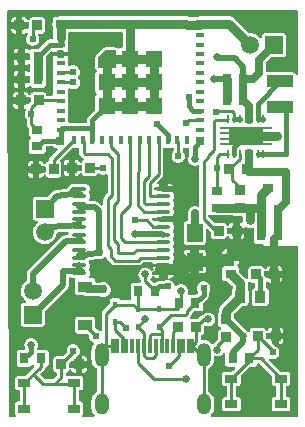
<source format=gtl>
G04 Layer: TopLayer*
G04 EasyEDA v6.5.44, 2024-08-04 19:31:39*
G04 8096e950b96f4993ae864095ad5b81d7,d882a8cb847549dbb05e31b2b695811d,10*
G04 Gerber Generator version 0.2*
G04 Scale: 100 percent, Rotated: No, Reflected: No *
G04 Dimensions in inches *
G04 leading zeros omitted , absolute positions ,3 integer and 6 decimal *
%FSLAX36Y36*%
%MOIN*%

%AMMACRO1*21,1,$1,$2,0,0,$3*%
%AMMACRO2*4,1,5,-0.0285,0.0049,-0.0049,0.0285,0.0285,0.0285,0.0285,-0.0285,-0.0285,-0.0285,-0.0285,0.0049,0*%
%AMMACRO3*4,1,29,-0.0866,0.0311,-0.0866,0.0232,-0.0563,0.0232,-0.0563,0.013,-0.0866,0.013,-0.0866,0.0051,-0.0563,0.0051,-0.0563,-0.0051,-0.0866,-0.0051,-0.0866,-0.013,-0.0563,-0.013,-0.0563,-0.0232,-0.0866,-0.0232,-0.0866,-0.0311,0.0866,-0.0311,0.0866,-0.0232,0.0563,-0.0232,0.0563,-0.013,0.0866,-0.013,0.0866,-0.0051,0.0563,-0.0051,0.0563,0.0051,0.0866,0.0051,0.0866,0.013,0.0563,0.013,0.0563,0.0232,0.0866,0.0232,0.0866,0.0311,-0.0866,0.0311,-0.0866,0.0311,0*%
%ADD10C,0.0200*%
%ADD11C,0.0100*%
%ADD12C,0.0250*%
%ADD13C,0.0150*%
%ADD14C,0.0300*%
%ADD15R,0.0315X0.0354*%
%ADD16R,0.0354X0.0315*%
%ADD17R,0.0535X0.0591*%
%ADD18R,0.0157X0.0236*%
%ADD19R,0.0480X0.0358*%
%ADD20R,0.0354X0.0394*%
%ADD21MACRO1,0.034X0.0318X0.0000*%
%ADD22R,0.0340X0.0318*%
%ADD23MACRO1,0.034X0.0318X-90.0000*%
%ADD24MACRO1,0.034X0.0318X90.0000*%
%ADD25R,0.0413X0.0276*%
%ADD26R,0.0315X0.0157*%
%ADD27R,0.0157X0.0315*%
%ADD28R,0.0276X0.0276*%
%ADD29MACRO2*%
%ADD30R,0.0571X0.0571*%
%ADD31O,0.052126X0.012126*%
%ADD32R,0.0098X0.0276*%
%ADD33MACRO3*%
%ADD34R,0.0866X0.0394*%
%ADD35R,0.0118X0.0512*%
%ADD36R,0.0591X0.0591*%
%ADD37C,0.0591*%
%ADD38O,0.047244X0.070866*%
%ADD39O,0.047244X0.07873999999999999*%
%ADD40C,0.0244*%
%ADD41C,0.0178*%

%LPD*%
G36*
X319140Y2075200D02*
G01*
X317620Y2075500D01*
X316320Y2076360D01*
X315440Y2077660D01*
X315140Y2079180D01*
X310200Y3250020D01*
X310200Y3425800D01*
X310500Y3427340D01*
X311380Y3428620D01*
X312660Y3429500D01*
X314200Y3429800D01*
X1275800Y3429800D01*
X1277340Y3429500D01*
X1278620Y3428620D01*
X1279500Y3427340D01*
X1279800Y3425800D01*
X1279800Y3219640D01*
X1279440Y3217960D01*
X1278400Y3216600D01*
X1276900Y3215779D01*
X1275200Y3215680D01*
X1273600Y3216280D01*
X1272420Y3217500D01*
X1271260Y3219340D01*
X1269660Y3220940D01*
X1267720Y3222160D01*
X1265580Y3222919D01*
X1263080Y3223200D01*
X1176700Y3223200D01*
X1175160Y3223500D01*
X1173880Y3224360D01*
X1173000Y3225659D01*
X1172700Y3227200D01*
X1172700Y3254580D01*
X1173000Y3256100D01*
X1173880Y3257400D01*
X1190580Y3274100D01*
X1191880Y3274960D01*
X1193400Y3275280D01*
X1228680Y3275280D01*
X1231160Y3275560D01*
X1233320Y3276300D01*
X1235240Y3277520D01*
X1236860Y3279120D01*
X1238060Y3281060D01*
X1238820Y3283200D01*
X1239100Y3285700D01*
X1239100Y3344300D01*
X1238820Y3346800D01*
X1238060Y3348940D01*
X1236860Y3350880D01*
X1235240Y3352480D01*
X1233320Y3353700D01*
X1231160Y3354440D01*
X1228680Y3354720D01*
X1170060Y3354720D01*
X1167580Y3354440D01*
X1165420Y3353700D01*
X1163500Y3352480D01*
X1161880Y3350880D01*
X1160680Y3348940D01*
X1159920Y3346800D01*
X1159640Y3344300D01*
X1159640Y3341060D01*
X1159300Y3339460D01*
X1158360Y3338120D01*
X1156960Y3337280D01*
X1155340Y3337080D01*
X1153760Y3337540D01*
X1152500Y3338580D01*
X1150080Y3341640D01*
X1146280Y3345340D01*
X1142000Y3348480D01*
X1137340Y3351019D01*
X1132400Y3352940D01*
X1127240Y3354160D01*
X1121960Y3354700D01*
X1118480Y3354580D01*
X1116880Y3354860D01*
X1115520Y3355740D01*
X1068660Y3402620D01*
X1066160Y3404820D01*
X1065460Y3405340D01*
X1061900Y3407480D01*
X1058860Y3408740D01*
X1058020Y3409000D01*
X1053940Y3409880D01*
X1050620Y3410080D01*
X954380Y3410080D01*
X951060Y3409880D01*
X946820Y3408960D01*
X945920Y3408860D01*
X940699Y3408860D01*
X938199Y3408580D01*
X936180Y3408100D01*
X921140Y3408100D01*
X919120Y3408580D01*
X916620Y3408860D01*
X914460Y3408960D01*
X910200Y3409880D01*
X906880Y3410080D01*
X484799Y3410059D01*
X481520Y3409720D01*
X478820Y3409020D01*
X477700Y3408860D01*
X472200Y3408860D01*
X469700Y3408580D01*
X467560Y3407820D01*
X465620Y3406620D01*
X464020Y3405000D01*
X462800Y3403080D01*
X462040Y3400920D01*
X461760Y3398440D01*
X461760Y3393000D01*
X461620Y3391920D01*
X461100Y3390040D01*
X460640Y3386880D01*
X460580Y3386000D01*
X460640Y3382720D01*
X461760Y3376560D01*
X461760Y3371320D01*
X462040Y3368840D01*
X462520Y3366820D01*
X462520Y3359640D01*
X462040Y3357620D01*
X461760Y3355120D01*
X461760Y3339840D01*
X461960Y3338120D01*
X461800Y3336460D01*
X460980Y3335020D01*
X459640Y3334040D01*
X458000Y3333680D01*
X452819Y3333660D01*
X449500Y3333200D01*
X446400Y3332160D01*
X443540Y3330560D01*
X440900Y3328360D01*
X416620Y3304080D01*
X415319Y3303220D01*
X413780Y3302919D01*
X397040Y3302919D01*
X394540Y3302640D01*
X392400Y3301880D01*
X390460Y3300680D01*
X388860Y3299060D01*
X388380Y3298320D01*
X387280Y3297160D01*
X385800Y3296520D01*
X384200Y3296520D01*
X382720Y3297160D01*
X381620Y3298320D01*
X381140Y3299060D01*
X379540Y3300680D01*
X377600Y3301880D01*
X375460Y3302640D01*
X372960Y3302919D01*
X367819Y3302919D01*
X367819Y3286360D01*
X382600Y3286360D01*
X384140Y3286060D01*
X385439Y3285179D01*
X386300Y3283880D01*
X386599Y3282360D01*
X386599Y3267640D01*
X386300Y3266120D01*
X385439Y3264820D01*
X384140Y3263940D01*
X382600Y3263639D01*
X367819Y3263639D01*
X367819Y3247080D01*
X372960Y3247080D01*
X375460Y3247360D01*
X377600Y3248120D01*
X379540Y3249320D01*
X380540Y3250320D01*
X381820Y3251200D01*
X383360Y3251500D01*
X384900Y3251200D01*
X386180Y3250320D01*
X387060Y3249020D01*
X387360Y3247500D01*
X387360Y3227500D01*
X387060Y3225980D01*
X386180Y3224680D01*
X384900Y3223800D01*
X383360Y3223500D01*
X381820Y3223800D01*
X380540Y3224680D01*
X379540Y3225680D01*
X377600Y3226880D01*
X375460Y3227640D01*
X372960Y3227919D01*
X367819Y3227919D01*
X367819Y3211360D01*
X382600Y3211360D01*
X384140Y3211060D01*
X385439Y3210179D01*
X386300Y3208880D01*
X386599Y3207360D01*
X386599Y3192640D01*
X386300Y3191120D01*
X385439Y3189820D01*
X384140Y3188940D01*
X382600Y3188639D01*
X367819Y3188639D01*
X367819Y3172080D01*
X372960Y3172080D01*
X375460Y3172360D01*
X377600Y3173120D01*
X379540Y3174320D01*
X381140Y3175940D01*
X381620Y3176680D01*
X382720Y3177840D01*
X384200Y3178480D01*
X385800Y3178480D01*
X387280Y3177840D01*
X388380Y3176680D01*
X388860Y3175940D01*
X390460Y3174320D01*
X392400Y3173120D01*
X394540Y3172360D01*
X397040Y3172080D01*
X428080Y3172080D01*
X430560Y3172360D01*
X432720Y3173120D01*
X434640Y3174320D01*
X436260Y3175940D01*
X437480Y3177860D01*
X438220Y3180020D01*
X438500Y3182500D01*
X438500Y3217500D01*
X438220Y3219980D01*
X437760Y3221980D01*
X437760Y3253020D01*
X438220Y3255020D01*
X438500Y3257500D01*
X438500Y3274260D01*
X438800Y3275779D01*
X439680Y3277080D01*
X454940Y3292340D01*
X456260Y3293220D01*
X457819Y3293519D01*
X459380Y3293180D01*
X460680Y3292280D01*
X461520Y3290920D01*
X477340Y3290920D01*
X477340Y3293900D01*
X477640Y3295440D01*
X478519Y3296740D01*
X479820Y3297600D01*
X481340Y3297900D01*
X494099Y3297900D01*
X495620Y3297600D01*
X496920Y3296740D01*
X497780Y3295440D01*
X498100Y3293900D01*
X498100Y3290920D01*
X513660Y3290920D01*
X513660Y3292140D01*
X513380Y3294620D01*
X512640Y3296780D01*
X511800Y3298100D01*
X511260Y3299500D01*
X511260Y3300980D01*
X511800Y3302360D01*
X512640Y3303700D01*
X513380Y3305840D01*
X513660Y3308340D01*
X513660Y3323639D01*
X513380Y3326120D01*
X511880Y3330059D01*
X511960Y3331680D01*
X512560Y3334060D01*
X512840Y3335760D01*
X513380Y3337340D01*
X513660Y3339840D01*
X513660Y3354140D01*
X513960Y3355620D01*
X514780Y3356900D01*
X516019Y3357780D01*
X517480Y3358140D01*
X518980Y3357919D01*
X520880Y3357240D01*
X523380Y3356960D01*
X538680Y3356960D01*
X541160Y3357240D01*
X543320Y3358000D01*
X544640Y3358840D01*
X546020Y3359380D01*
X547520Y3359380D01*
X548900Y3358840D01*
X550240Y3358000D01*
X552380Y3357240D01*
X554880Y3356960D01*
X570160Y3356960D01*
X572660Y3357240D01*
X574800Y3358000D01*
X576140Y3358840D01*
X577520Y3359380D01*
X579020Y3359380D01*
X580400Y3358840D01*
X581720Y3358000D01*
X583880Y3357240D01*
X586360Y3356960D01*
X601660Y3356960D01*
X604160Y3357240D01*
X606300Y3358000D01*
X607640Y3358840D01*
X609020Y3359380D01*
X610500Y3359380D01*
X611900Y3358840D01*
X613220Y3358000D01*
X615380Y3357240D01*
X617860Y3356960D01*
X633160Y3356960D01*
X635660Y3357240D01*
X637800Y3358000D01*
X639140Y3358840D01*
X640520Y3359380D01*
X642000Y3359380D01*
X643379Y3358840D01*
X644720Y3358000D01*
X646860Y3357240D01*
X649360Y3356960D01*
X664659Y3356960D01*
X667140Y3357240D01*
X669300Y3358000D01*
X670620Y3358840D01*
X672020Y3359380D01*
X673500Y3359380D01*
X674880Y3358840D01*
X676220Y3358000D01*
X678360Y3357240D01*
X680860Y3356960D01*
X690800Y3356960D01*
X692340Y3356660D01*
X693620Y3355800D01*
X694500Y3354500D01*
X694800Y3352960D01*
X694800Y3310419D01*
X694539Y3309000D01*
X693780Y3307760D01*
X692640Y3306880D01*
X691240Y3306460D01*
X689180Y3306220D01*
X687039Y3305460D01*
X685100Y3304260D01*
X683940Y3303100D01*
X682640Y3302220D01*
X681120Y3301920D01*
X679580Y3302220D01*
X678280Y3303100D01*
X677120Y3304260D01*
X675200Y3305460D01*
X673040Y3306220D01*
X670560Y3306500D01*
X637520Y3306500D01*
X635340Y3306280D01*
X633420Y3305700D01*
X631660Y3304760D01*
X629960Y3303380D01*
X606620Y3280020D01*
X605240Y3278340D01*
X604300Y3276580D01*
X603720Y3274660D01*
X603500Y3272480D01*
X603500Y3239440D01*
X603780Y3236940D01*
X604520Y3234800D01*
X605740Y3232860D01*
X606900Y3231700D01*
X607780Y3230400D01*
X608080Y3228880D01*
X607780Y3227340D01*
X606900Y3226040D01*
X605740Y3224880D01*
X604520Y3222960D01*
X603780Y3220800D01*
X603500Y3218320D01*
X603500Y3161680D01*
X603780Y3159200D01*
X604520Y3157040D01*
X605740Y3155120D01*
X606900Y3153940D01*
X607760Y3152660D01*
X608080Y3151120D01*
X607760Y3149580D01*
X606900Y3148300D01*
X605740Y3147120D01*
X604520Y3145200D01*
X603780Y3143039D01*
X603500Y3140560D01*
X603500Y3100179D01*
X603200Y3098660D01*
X602320Y3097360D01*
X581040Y3076040D01*
X578980Y3073320D01*
X577540Y3070400D01*
X576640Y3067260D01*
X576320Y3063840D01*
X576320Y3059200D01*
X576020Y3057660D01*
X575140Y3056360D01*
X573860Y3055500D01*
X572320Y3055200D01*
X517660Y3055200D01*
X516140Y3055500D01*
X514840Y3056360D01*
X513960Y3057660D01*
X513660Y3059200D01*
X513660Y3071660D01*
X513380Y3074160D01*
X512640Y3076300D01*
X511800Y3077640D01*
X511260Y3079020D01*
X511260Y3080500D01*
X511800Y3081900D01*
X512640Y3083220D01*
X513380Y3085380D01*
X513660Y3087860D01*
X513660Y3103159D01*
X513380Y3105659D01*
X512640Y3107799D01*
X511800Y3109140D01*
X511260Y3110520D01*
X511260Y3112000D01*
X511800Y3113380D01*
X512640Y3114720D01*
X513380Y3116860D01*
X513660Y3119360D01*
X513660Y3134660D01*
X513380Y3137140D01*
X512640Y3139300D01*
X511800Y3140620D01*
X511260Y3142020D01*
X511260Y3143500D01*
X511800Y3144880D01*
X512640Y3146220D01*
X513380Y3148360D01*
X513660Y3150860D01*
X513660Y3166380D01*
X513940Y3167820D01*
X514700Y3169060D01*
X515860Y3169960D01*
X517720Y3170400D01*
X518680Y3170380D01*
X519600Y3170140D01*
X523440Y3168600D01*
X527160Y3167799D01*
X530960Y3167620D01*
X534720Y3168120D01*
X538340Y3169220D01*
X541740Y3170940D01*
X544800Y3173200D01*
X547420Y3175940D01*
X549540Y3179080D01*
X551120Y3182540D01*
X552060Y3186220D01*
X552400Y3190000D01*
X552060Y3193780D01*
X551120Y3197460D01*
X549540Y3200920D01*
X547420Y3204060D01*
X546780Y3204740D01*
X545960Y3206000D01*
X545680Y3207500D01*
X545960Y3209000D01*
X546780Y3210260D01*
X547420Y3210940D01*
X549540Y3214080D01*
X551120Y3217540D01*
X552060Y3221220D01*
X552400Y3225000D01*
X552060Y3228780D01*
X551120Y3232460D01*
X549540Y3235920D01*
X547420Y3239060D01*
X544800Y3241800D01*
X541740Y3244060D01*
X538340Y3245779D01*
X534720Y3246880D01*
X530960Y3247380D01*
X527160Y3247200D01*
X523440Y3246400D01*
X519760Y3244900D01*
X518180Y3244340D01*
X516500Y3244480D01*
X515020Y3245299D01*
X514020Y3246660D01*
X513660Y3248300D01*
X513660Y3260640D01*
X513380Y3263140D01*
X512640Y3265280D01*
X511800Y3266620D01*
X511260Y3268000D01*
X511260Y3269480D01*
X511800Y3270860D01*
X512640Y3272200D01*
X513380Y3274340D01*
X513660Y3276840D01*
X513660Y3278060D01*
X498100Y3278060D01*
X498100Y3275059D01*
X497780Y3273540D01*
X496920Y3272240D01*
X495620Y3271380D01*
X494099Y3271060D01*
X481340Y3271060D01*
X479820Y3271380D01*
X478519Y3272240D01*
X477640Y3273540D01*
X477340Y3275059D01*
X477340Y3278060D01*
X461760Y3278060D01*
X461760Y3276840D01*
X462040Y3274340D01*
X462800Y3272200D01*
X463640Y3270860D01*
X464180Y3269480D01*
X464180Y3268000D01*
X463640Y3266620D01*
X462800Y3265280D01*
X462040Y3263140D01*
X461760Y3260640D01*
X461760Y3245340D01*
X462040Y3242860D01*
X462800Y3240700D01*
X463640Y3239380D01*
X464180Y3237980D01*
X464180Y3236500D01*
X463640Y3235120D01*
X462800Y3233780D01*
X462040Y3231640D01*
X461760Y3229140D01*
X461760Y3213840D01*
X462040Y3211360D01*
X462800Y3209200D01*
X463640Y3207880D01*
X464180Y3206500D01*
X464180Y3205000D01*
X463640Y3203620D01*
X462800Y3202280D01*
X462040Y3200140D01*
X461760Y3197640D01*
X461760Y3182360D01*
X462040Y3179860D01*
X462800Y3177720D01*
X463640Y3176380D01*
X464180Y3175000D01*
X464180Y3173500D01*
X463640Y3172120D01*
X462800Y3170800D01*
X462040Y3168639D01*
X461760Y3166160D01*
X461760Y3150860D01*
X461900Y3149640D01*
X461740Y3147980D01*
X460920Y3146540D01*
X459560Y3145539D01*
X457939Y3145200D01*
X444480Y3145200D01*
X443060Y3145460D01*
X441820Y3146220D01*
X440920Y3147360D01*
X440460Y3149280D01*
X439700Y3151420D01*
X438480Y3153360D01*
X436880Y3154960D01*
X434940Y3156180D01*
X432800Y3156920D01*
X430300Y3157200D01*
X399000Y3157200D01*
X396520Y3156920D01*
X394360Y3156180D01*
X392440Y3154960D01*
X390820Y3153360D01*
X389620Y3151420D01*
X388780Y3149040D01*
X387939Y3147640D01*
X386599Y3146680D01*
X385000Y3146360D01*
X383400Y3146680D01*
X382060Y3147640D01*
X381220Y3149040D01*
X380379Y3151420D01*
X379180Y3153360D01*
X377560Y3154960D01*
X375640Y3156180D01*
X373480Y3156920D01*
X371000Y3157200D01*
X365780Y3157200D01*
X365780Y3141000D01*
X384580Y3141000D01*
X386120Y3140700D01*
X387400Y3139840D01*
X388280Y3138540D01*
X388579Y3137000D01*
X388579Y3127080D01*
X388280Y3125539D01*
X387400Y3124240D01*
X383340Y3120160D01*
X382040Y3119300D01*
X380500Y3119000D01*
X365780Y3119000D01*
X365780Y3102799D01*
X367560Y3102799D01*
X369180Y3102460D01*
X370520Y3101480D01*
X371360Y3100059D01*
X371560Y3098420D01*
X371060Y3096840D01*
X369600Y3094220D01*
X368340Y3090640D01*
X367700Y3086900D01*
X367700Y3083100D01*
X368340Y3079360D01*
X369600Y3075779D01*
X371440Y3072460D01*
X373920Y3069420D01*
X374580Y3068240D01*
X374799Y3066900D01*
X374799Y3052760D01*
X375120Y3049600D01*
X375980Y3046760D01*
X377380Y3044120D01*
X379400Y3041680D01*
X380920Y3040160D01*
X381780Y3038860D01*
X382080Y3037320D01*
X382080Y3017040D01*
X382360Y3014540D01*
X383120Y3012400D01*
X384320Y3010460D01*
X385940Y3008860D01*
X386680Y3008380D01*
X387840Y3007280D01*
X388480Y3005800D01*
X388480Y3004200D01*
X387840Y3002720D01*
X386680Y3001620D01*
X385940Y3001139D01*
X384320Y2999540D01*
X383120Y2997600D01*
X382360Y2995460D01*
X382080Y2992960D01*
X382080Y2961920D01*
X382360Y2959440D01*
X383120Y2957280D01*
X384320Y2955360D01*
X385940Y2953740D01*
X387860Y2952520D01*
X390020Y2951780D01*
X392500Y2951500D01*
X427500Y2951500D01*
X429980Y2951780D01*
X432140Y2952520D01*
X434060Y2953740D01*
X435680Y2955360D01*
X436880Y2957280D01*
X437640Y2959440D01*
X437920Y2961920D01*
X437920Y2973420D01*
X438220Y2974960D01*
X439080Y2976240D01*
X440379Y2977120D01*
X441920Y2977420D01*
X460280Y2977420D01*
X461599Y2977200D01*
X462780Y2976540D01*
X464020Y2975000D01*
X465620Y2973380D01*
X467560Y2972180D01*
X469700Y2971420D01*
X472200Y2971139D01*
X473920Y2971139D01*
X475439Y2970840D01*
X476740Y2969960D01*
X477620Y2968660D01*
X477920Y2967140D01*
X477620Y2965600D01*
X476740Y2964320D01*
X454060Y2941620D01*
X452040Y2939160D01*
X450640Y2936540D01*
X449780Y2933700D01*
X449440Y2930400D01*
X449020Y2928960D01*
X448100Y2927780D01*
X446780Y2927020D01*
X444360Y2926180D01*
X442440Y2924960D01*
X440820Y2923360D01*
X439620Y2921420D01*
X438780Y2919040D01*
X437939Y2917640D01*
X436599Y2916680D01*
X435000Y2916360D01*
X433400Y2916680D01*
X432060Y2917640D01*
X431220Y2919040D01*
X430379Y2921420D01*
X429180Y2923360D01*
X427560Y2924960D01*
X425640Y2926180D01*
X423480Y2926920D01*
X421000Y2927200D01*
X415780Y2927200D01*
X415780Y2911000D01*
X434580Y2911000D01*
X436120Y2910700D01*
X437400Y2909840D01*
X438280Y2908540D01*
X438579Y2907000D01*
X438579Y2893000D01*
X438280Y2891460D01*
X437400Y2890160D01*
X436120Y2889300D01*
X434580Y2889000D01*
X415780Y2889000D01*
X415780Y2872799D01*
X421000Y2872799D01*
X423480Y2873080D01*
X425640Y2873820D01*
X427560Y2875040D01*
X429180Y2876640D01*
X430379Y2878580D01*
X431220Y2880960D01*
X432060Y2882360D01*
X433400Y2883320D01*
X435000Y2883639D01*
X436599Y2883320D01*
X437939Y2882360D01*
X438780Y2880960D01*
X439620Y2878580D01*
X440820Y2876640D01*
X442440Y2875040D01*
X444360Y2873820D01*
X446520Y2873080D01*
X449000Y2872799D01*
X480300Y2872799D01*
X482800Y2873080D01*
X484940Y2873820D01*
X486880Y2875040D01*
X488480Y2876640D01*
X489700Y2878580D01*
X490460Y2880720D01*
X490740Y2883220D01*
X490740Y2916780D01*
X490460Y2919280D01*
X489700Y2921420D01*
X488500Y2923340D01*
X486460Y2925320D01*
X485580Y2926620D01*
X485260Y2928159D01*
X485560Y2929700D01*
X486440Y2931019D01*
X525400Y2969960D01*
X526700Y2970840D01*
X528220Y2971139D01*
X538680Y2971139D01*
X541160Y2971420D01*
X543320Y2972180D01*
X545260Y2972980D01*
X546940Y2972840D01*
X548420Y2972020D01*
X549440Y2970659D01*
X549800Y2969000D01*
X549800Y2955200D01*
X550120Y2952040D01*
X550980Y2949200D01*
X552380Y2946560D01*
X554400Y2944120D01*
X559120Y2939400D01*
X561560Y2937380D01*
X562340Y2936960D01*
X563600Y2935899D01*
X564340Y2934400D01*
X564380Y2932740D01*
X563760Y2931200D01*
X560820Y2928360D01*
X559620Y2926420D01*
X558780Y2924040D01*
X557940Y2922640D01*
X556600Y2921680D01*
X555000Y2921360D01*
X553400Y2921680D01*
X552060Y2922640D01*
X551220Y2924040D01*
X550380Y2926420D01*
X549180Y2928360D01*
X547560Y2929960D01*
X545640Y2931180D01*
X543480Y2931920D01*
X541000Y2932200D01*
X535780Y2932200D01*
X535780Y2916000D01*
X554580Y2916000D01*
X556120Y2915700D01*
X557400Y2914840D01*
X558280Y2913540D01*
X558580Y2912000D01*
X558580Y2898000D01*
X558280Y2896460D01*
X557400Y2895160D01*
X556120Y2894300D01*
X554580Y2894000D01*
X535780Y2894000D01*
X535780Y2877799D01*
X541000Y2877799D01*
X543480Y2878080D01*
X545640Y2878820D01*
X547560Y2880040D01*
X549180Y2881640D01*
X550380Y2883580D01*
X551220Y2885960D01*
X552060Y2887360D01*
X553400Y2888320D01*
X555000Y2888639D01*
X556600Y2888320D01*
X557940Y2887360D01*
X558780Y2885960D01*
X559620Y2883580D01*
X560820Y2881640D01*
X562440Y2880040D01*
X564360Y2878820D01*
X566520Y2878080D01*
X569000Y2877799D01*
X600300Y2877799D01*
X602800Y2878080D01*
X604940Y2878820D01*
X606880Y2880040D01*
X608480Y2881640D01*
X609700Y2883580D01*
X610300Y2885299D01*
X611080Y2886620D01*
X612320Y2887559D01*
X613800Y2887960D01*
X615340Y2887760D01*
X619920Y2885000D01*
X623440Y2883600D01*
X627160Y2882799D01*
X630960Y2882620D01*
X634720Y2883120D01*
X638340Y2884220D01*
X639000Y2884560D01*
X640560Y2884980D01*
X642159Y2884740D01*
X643540Y2883900D01*
X644479Y2882559D01*
X644800Y2880980D01*
X644800Y2822960D01*
X644500Y2821420D01*
X643620Y2820120D01*
X634400Y2810880D01*
X632380Y2808440D01*
X630980Y2805800D01*
X630120Y2802960D01*
X629800Y2799800D01*
X629800Y2783420D01*
X629500Y2781900D01*
X628620Y2780600D01*
X627340Y2779720D01*
X625800Y2779420D01*
X624260Y2779720D01*
X622980Y2780600D01*
X616140Y2787420D01*
X614780Y2788680D01*
X613380Y2789740D01*
X611900Y2790700D01*
X610340Y2791500D01*
X608700Y2792180D01*
X607020Y2792700D01*
X605300Y2793100D01*
X603560Y2793320D01*
X601720Y2793399D01*
X585380Y2793399D01*
X583920Y2793680D01*
X582640Y2794480D01*
X581760Y2795700D01*
X581400Y2797140D01*
X581580Y2798620D01*
X582300Y2799940D01*
X583280Y2801139D01*
X584780Y2803940D01*
X585700Y2806980D01*
X586000Y2810160D01*
X585700Y2813320D01*
X584780Y2816380D01*
X583280Y2819180D01*
X582260Y2820419D01*
X581580Y2821600D01*
X581340Y2822960D01*
X581580Y2824300D01*
X582260Y2825500D01*
X583280Y2826720D01*
X584780Y2829540D01*
X585700Y2832580D01*
X586000Y2835740D01*
X585700Y2838920D01*
X584780Y2841960D01*
X583280Y2844780D01*
X581260Y2847240D01*
X578780Y2849260D01*
X575980Y2850760D01*
X572940Y2851680D01*
X569560Y2852020D01*
X529960Y2852020D01*
X526600Y2851680D01*
X523540Y2850760D01*
X520740Y2849260D01*
X518280Y2847240D01*
X515740Y2844180D01*
X514760Y2843240D01*
X512700Y2840380D01*
X511659Y2838260D01*
X510940Y2837240D01*
X509920Y2836480D01*
X508720Y2836080D01*
X472600Y2830100D01*
X470540Y2829660D01*
X469099Y2829220D01*
X467239Y2828460D01*
X465900Y2827760D01*
X464180Y2826700D01*
X463000Y2825779D01*
X461440Y2824380D01*
X447340Y2810260D01*
X446040Y2809400D01*
X444500Y2809100D01*
X405700Y2809100D01*
X403200Y2808820D01*
X401060Y2808060D01*
X399120Y2806860D01*
X397520Y2805240D01*
X396300Y2803320D01*
X395560Y2801160D01*
X395280Y2798680D01*
X395280Y2740059D01*
X395560Y2737580D01*
X396300Y2735419D01*
X397520Y2733500D01*
X399120Y2731880D01*
X401060Y2730680D01*
X403200Y2729920D01*
X405700Y2729640D01*
X408940Y2729640D01*
X410540Y2729300D01*
X411880Y2728360D01*
X412720Y2726960D01*
X412920Y2725340D01*
X412460Y2723759D01*
X411420Y2722500D01*
X408360Y2720080D01*
X404660Y2716280D01*
X401520Y2712000D01*
X398980Y2707340D01*
X397060Y2702400D01*
X395840Y2697240D01*
X395300Y2691960D01*
X395480Y2686660D01*
X396360Y2681420D01*
X397939Y2676360D01*
X400160Y2671540D01*
X403020Y2667060D01*
X406440Y2663020D01*
X410379Y2659460D01*
X414760Y2656460D01*
X419500Y2654060D01*
X424500Y2652320D01*
X429700Y2651259D01*
X435000Y2650920D01*
X440300Y2651259D01*
X445500Y2652320D01*
X450500Y2654060D01*
X455240Y2656460D01*
X459620Y2659460D01*
X463560Y2663020D01*
X466980Y2667060D01*
X469840Y2671540D01*
X472060Y2676360D01*
X473640Y2681420D01*
X474480Y2686480D01*
X475160Y2688120D01*
X476460Y2689300D01*
X478160Y2689800D01*
X510180Y2692020D01*
X511700Y2691820D01*
X513040Y2691060D01*
X514000Y2689860D01*
X514440Y2688380D01*
X514280Y2686860D01*
X513840Y2685380D01*
X513680Y2683800D01*
X513280Y2682400D01*
X512380Y2681240D01*
X511140Y2680460D01*
X509700Y2680200D01*
X505080Y2680200D01*
X503240Y2680120D01*
X501500Y2679880D01*
X499780Y2679500D01*
X498100Y2678980D01*
X496460Y2678300D01*
X494900Y2677500D01*
X493420Y2676540D01*
X492020Y2675480D01*
X490660Y2674220D01*
X380780Y2564340D01*
X379520Y2562980D01*
X378459Y2561580D01*
X377500Y2560100D01*
X376700Y2558540D01*
X376019Y2556900D01*
X375500Y2555220D01*
X375120Y2553500D01*
X374880Y2551760D01*
X374799Y2549920D01*
X374799Y2530680D01*
X374600Y2529400D01*
X374000Y2528260D01*
X373060Y2527380D01*
X370379Y2525540D01*
X366440Y2521980D01*
X363020Y2517940D01*
X360160Y2513460D01*
X357939Y2508640D01*
X356360Y2503580D01*
X355480Y2498340D01*
X355300Y2493040D01*
X355840Y2487760D01*
X357060Y2482600D01*
X358980Y2477660D01*
X361520Y2473000D01*
X364660Y2468720D01*
X368360Y2464920D01*
X371420Y2462500D01*
X372460Y2461240D01*
X372920Y2459660D01*
X372720Y2458040D01*
X371880Y2456640D01*
X370540Y2455700D01*
X368940Y2455360D01*
X365700Y2455360D01*
X363200Y2455080D01*
X361060Y2454320D01*
X359120Y2453120D01*
X357520Y2451500D01*
X356300Y2449580D01*
X355560Y2447420D01*
X355280Y2444940D01*
X355280Y2386320D01*
X355560Y2383840D01*
X356300Y2381680D01*
X357520Y2379760D01*
X359120Y2378140D01*
X361060Y2376940D01*
X363200Y2376180D01*
X365700Y2375900D01*
X424300Y2375900D01*
X426800Y2376180D01*
X428940Y2376940D01*
X430880Y2378140D01*
X432480Y2379760D01*
X433700Y2381680D01*
X434440Y2383840D01*
X434720Y2386320D01*
X434720Y2425140D01*
X435040Y2426660D01*
X435900Y2427960D01*
X509219Y2501280D01*
X510480Y2502640D01*
X511540Y2504040D01*
X512500Y2505540D01*
X513300Y2507100D01*
X513980Y2508720D01*
X514500Y2510400D01*
X514880Y2512120D01*
X515120Y2513860D01*
X515200Y2515720D01*
X515200Y2535800D01*
X515500Y2537340D01*
X516380Y2538620D01*
X517660Y2539500D01*
X519200Y2539800D01*
X521500Y2539800D01*
X522480Y2539680D01*
X523540Y2539240D01*
X526600Y2538320D01*
X529960Y2537980D01*
X533540Y2537980D01*
X535180Y2537640D01*
X536540Y2536620D01*
X537360Y2535140D01*
X537500Y2533460D01*
X536060Y2529540D01*
X535780Y2527060D01*
X535780Y2491680D01*
X536060Y2489200D01*
X536820Y2487040D01*
X538020Y2485120D01*
X539640Y2483500D01*
X541560Y2482280D01*
X543720Y2481540D01*
X546200Y2481260D01*
X565540Y2481260D01*
X566580Y2481120D01*
X567560Y2480700D01*
X569400Y2479620D01*
X572900Y2478260D01*
X576600Y2477480D01*
X579500Y2477300D01*
X618200Y2477300D01*
X619500Y2477080D01*
X623820Y2475580D01*
X627920Y2474900D01*
X632080Y2474900D01*
X636180Y2475580D01*
X640120Y2476940D01*
X643780Y2478920D01*
X647060Y2481460D01*
X649880Y2484540D01*
X652159Y2488020D01*
X653820Y2491820D01*
X654840Y2495860D01*
X655180Y2500000D01*
X654840Y2504140D01*
X653820Y2508180D01*
X652159Y2511980D01*
X649880Y2515460D01*
X647060Y2518540D01*
X643780Y2521080D01*
X640120Y2523060D01*
X636180Y2524420D01*
X632080Y2525100D01*
X627920Y2525100D01*
X623820Y2524420D01*
X619500Y2522920D01*
X618200Y2522700D01*
X608220Y2522700D01*
X606680Y2523000D01*
X605380Y2523880D01*
X604520Y2525160D01*
X603940Y2529540D01*
X603180Y2531700D01*
X601980Y2533620D01*
X600360Y2535240D01*
X598440Y2536460D01*
X596280Y2537200D01*
X593800Y2537480D01*
X585380Y2537480D01*
X583900Y2537760D01*
X582640Y2538560D01*
X581760Y2539780D01*
X581380Y2541220D01*
X581560Y2542700D01*
X582280Y2544020D01*
X583280Y2545220D01*
X584780Y2548040D01*
X585700Y2551080D01*
X586000Y2554260D01*
X585700Y2557420D01*
X584780Y2560460D01*
X583280Y2563279D01*
X582260Y2564500D01*
X581580Y2565700D01*
X581340Y2567040D01*
X581580Y2568399D01*
X582260Y2569580D01*
X583280Y2570820D01*
X584780Y2573620D01*
X585700Y2576680D01*
X586000Y2579840D01*
X585700Y2583020D01*
X584780Y2586060D01*
X583280Y2588860D01*
X582260Y2590100D01*
X581580Y2591300D01*
X581360Y2592640D01*
X581580Y2593980D01*
X582500Y2595480D01*
X583700Y2596460D01*
X585160Y2596920D01*
X612000Y2599900D01*
X617080Y2599900D01*
X621180Y2600580D01*
X625120Y2601940D01*
X628780Y2603920D01*
X632060Y2606460D01*
X633500Y2608039D01*
X634860Y2609000D01*
X636500Y2609340D01*
X638140Y2608960D01*
X639460Y2607960D01*
X640280Y2606500D01*
X640980Y2604200D01*
X642380Y2601560D01*
X644400Y2599120D01*
X659120Y2584400D01*
X661560Y2582380D01*
X664200Y2580980D01*
X667039Y2580120D01*
X670200Y2579800D01*
X744800Y2579800D01*
X747960Y2580120D01*
X750800Y2580980D01*
X753439Y2582380D01*
X755879Y2584400D01*
X760560Y2589060D01*
X761860Y2589920D01*
X763379Y2590220D01*
X791100Y2590220D01*
X792560Y2589960D01*
X793820Y2589160D01*
X794700Y2587980D01*
X795080Y2586540D01*
X794960Y2585380D01*
X814700Y2585380D01*
X815080Y2586840D01*
X815939Y2588060D01*
X817220Y2588880D01*
X818700Y2589160D01*
X841760Y2589160D01*
X843259Y2588880D01*
X844520Y2588060D01*
X845400Y2586840D01*
X845759Y2585380D01*
X865460Y2585380D01*
X865240Y2586060D01*
X863740Y2588860D01*
X862740Y2590100D01*
X862060Y2591300D01*
X861820Y2592640D01*
X862060Y2593980D01*
X862740Y2595179D01*
X863740Y2596400D01*
X865240Y2599220D01*
X866160Y2602260D01*
X866480Y2605440D01*
X866160Y2608600D01*
X865240Y2611640D01*
X863740Y2614460D01*
X862720Y2615700D01*
X862060Y2616880D01*
X861820Y2618220D01*
X862060Y2619580D01*
X862720Y2620760D01*
X863740Y2622000D01*
X865240Y2624800D01*
X866160Y2627860D01*
X866480Y2631019D01*
X866160Y2634200D01*
X865240Y2637240D01*
X863740Y2640040D01*
X862740Y2641280D01*
X862060Y2642480D01*
X861820Y2643820D01*
X862060Y2645160D01*
X862740Y2646360D01*
X863740Y2647580D01*
X865240Y2650400D01*
X866160Y2653440D01*
X866480Y2656620D01*
X866160Y2659780D01*
X865240Y2662840D01*
X863740Y2665640D01*
X862720Y2666880D01*
X862060Y2668060D01*
X861820Y2669400D01*
X862060Y2670760D01*
X862720Y2671940D01*
X863740Y2673180D01*
X865240Y2675980D01*
X866160Y2679040D01*
X866480Y2682200D01*
X866160Y2685380D01*
X865240Y2688420D01*
X863740Y2691220D01*
X862740Y2692460D01*
X862060Y2693660D01*
X861820Y2695000D01*
X862060Y2696340D01*
X862740Y2697540D01*
X863740Y2698780D01*
X865240Y2701580D01*
X866160Y2704620D01*
X866480Y2707799D01*
X866160Y2710960D01*
X865240Y2714020D01*
X863740Y2716820D01*
X862720Y2718060D01*
X862060Y2719240D01*
X861820Y2720600D01*
X862060Y2721940D01*
X862720Y2723120D01*
X863740Y2724360D01*
X865240Y2727160D01*
X865460Y2727860D01*
X845759Y2727860D01*
X845400Y2726380D01*
X844520Y2725160D01*
X843259Y2724340D01*
X841760Y2724060D01*
X818700Y2724060D01*
X817220Y2724340D01*
X815939Y2725160D01*
X815080Y2726380D01*
X814700Y2727860D01*
X800300Y2727860D01*
X798760Y2728159D01*
X797480Y2729020D01*
X794400Y2732080D01*
X793540Y2733380D01*
X793240Y2734920D01*
X793540Y2736440D01*
X794400Y2737740D01*
X795699Y2738620D01*
X797240Y2738920D01*
X814700Y2738920D01*
X815080Y2740380D01*
X815939Y2741620D01*
X817220Y2742420D01*
X818700Y2742720D01*
X841760Y2742720D01*
X843259Y2742420D01*
X844520Y2741620D01*
X845400Y2740380D01*
X845759Y2738920D01*
X865460Y2738920D01*
X865240Y2739600D01*
X863740Y2742420D01*
X862740Y2743639D01*
X862060Y2744840D01*
X861820Y2746180D01*
X862060Y2747520D01*
X862740Y2748720D01*
X863740Y2749960D01*
X865240Y2752760D01*
X866160Y2755800D01*
X866480Y2758980D01*
X866160Y2762140D01*
X865240Y2765200D01*
X863740Y2768000D01*
X862720Y2769240D01*
X862060Y2770419D01*
X861820Y2771780D01*
X862060Y2773120D01*
X862720Y2774300D01*
X863740Y2775539D01*
X865240Y2778360D01*
X866160Y2781400D01*
X866480Y2784560D01*
X866160Y2787740D01*
X865240Y2790779D01*
X863740Y2793600D01*
X862740Y2794820D01*
X862060Y2796019D01*
X861820Y2797360D01*
X862060Y2798700D01*
X862740Y2799900D01*
X863740Y2801139D01*
X865240Y2803940D01*
X866160Y2806980D01*
X866480Y2810160D01*
X866160Y2813320D01*
X865240Y2816380D01*
X863740Y2819180D01*
X862720Y2820419D01*
X862060Y2821600D01*
X861820Y2822960D01*
X862060Y2824300D01*
X862720Y2825500D01*
X863740Y2826720D01*
X865240Y2829540D01*
X865460Y2830220D01*
X845759Y2830220D01*
X845400Y2828740D01*
X844520Y2827520D01*
X843259Y2826700D01*
X841760Y2826420D01*
X818700Y2826420D01*
X817220Y2826700D01*
X815939Y2827520D01*
X815080Y2828740D01*
X814700Y2830220D01*
X804300Y2830220D01*
X802760Y2830520D01*
X801480Y2831380D01*
X800600Y2832679D01*
X800300Y2834200D01*
X800280Y2837260D01*
X800580Y2838800D01*
X801440Y2840100D01*
X802740Y2840980D01*
X804280Y2841280D01*
X814700Y2841280D01*
X814700Y2852020D01*
X813160Y2852020D01*
X811640Y2852320D01*
X810340Y2853180D01*
X809460Y2854480D01*
X809160Y2856019D01*
X809460Y2857540D01*
X810340Y2858840D01*
X825100Y2873620D01*
X827120Y2876060D01*
X828520Y2878700D01*
X829380Y2881540D01*
X829700Y2884700D01*
X829700Y2967940D01*
X829980Y2969420D01*
X830800Y2970700D01*
X832039Y2971580D01*
X833520Y2971920D01*
X835020Y2971700D01*
X835840Y2971420D01*
X838340Y2971139D01*
X853640Y2971139D01*
X856120Y2971420D01*
X858280Y2972180D01*
X860260Y2973000D01*
X861960Y2972860D01*
X863439Y2972040D01*
X864440Y2970700D01*
X864800Y2969040D01*
X864800Y2963100D01*
X864580Y2961760D01*
X863920Y2960580D01*
X861440Y2957540D01*
X859599Y2954220D01*
X858340Y2950640D01*
X857700Y2946900D01*
X857700Y2943100D01*
X858340Y2939360D01*
X859599Y2935779D01*
X861440Y2932460D01*
X863840Y2929500D01*
X866680Y2927000D01*
X869920Y2925000D01*
X873439Y2923600D01*
X877159Y2922799D01*
X880960Y2922620D01*
X884720Y2923120D01*
X888340Y2924220D01*
X891740Y2925940D01*
X894800Y2928200D01*
X897420Y2930940D01*
X899539Y2934080D01*
X901120Y2937540D01*
X902060Y2941220D01*
X902400Y2945000D01*
X902060Y2948780D01*
X901120Y2952460D01*
X899539Y2955920D01*
X897420Y2959060D01*
X896320Y2960220D01*
X895480Y2961500D01*
X895200Y2963000D01*
X895200Y2967360D01*
X895540Y2968980D01*
X896540Y2970340D01*
X897980Y2971160D01*
X899640Y2971320D01*
X901320Y2971139D01*
X913300Y2971139D01*
X914840Y2970840D01*
X916120Y2969960D01*
X917000Y2968660D01*
X917300Y2967140D01*
X917300Y2950480D01*
X917080Y2949140D01*
X914320Y2944340D01*
X913040Y2940720D01*
X912400Y2936920D01*
X912400Y2933080D01*
X913040Y2929280D01*
X914320Y2925659D01*
X916200Y2922300D01*
X918620Y2919300D01*
X921520Y2916760D01*
X924780Y2914740D01*
X928360Y2913300D01*
X932120Y2912500D01*
X935960Y2912340D01*
X939780Y2912820D01*
X945560Y2914640D01*
X947159Y2914420D01*
X948540Y2913560D01*
X949479Y2912240D01*
X949800Y2910659D01*
X949800Y2779340D01*
X949479Y2777760D01*
X948540Y2776440D01*
X947159Y2775580D01*
X945560Y2775360D01*
X939740Y2777180D01*
X936040Y2777679D01*
X933040Y2777620D01*
X929360Y2776980D01*
X928420Y2776720D01*
X925819Y2775760D01*
X924840Y2775299D01*
X922540Y2773980D01*
X921540Y2773279D01*
X919599Y2771660D01*
X918640Y2770740D01*
X917060Y2768920D01*
X916220Y2767740D01*
X915020Y2765779D01*
X914320Y2764360D01*
X913520Y2762360D01*
X913040Y2760740D01*
X912620Y2758720D01*
X912380Y2756920D01*
X912300Y2754920D01*
X912300Y2730980D01*
X912039Y2729540D01*
X911280Y2728300D01*
X910140Y2727420D01*
X908740Y2727000D01*
X905980Y2726680D01*
X903840Y2725940D01*
X901900Y2724720D01*
X900300Y2723120D01*
X899080Y2721180D01*
X898340Y2719040D01*
X898060Y2716540D01*
X898060Y2657940D01*
X898340Y2655460D01*
X899080Y2653300D01*
X900300Y2651380D01*
X901900Y2649760D01*
X903840Y2648540D01*
X905980Y2647799D01*
X908480Y2647520D01*
X961520Y2647520D01*
X964020Y2647799D01*
X966160Y2648540D01*
X968100Y2649760D01*
X969700Y2651380D01*
X970920Y2653300D01*
X971660Y2655460D01*
X971940Y2657940D01*
X971940Y2696900D01*
X972260Y2698420D01*
X973120Y2699720D01*
X974419Y2700600D01*
X975960Y2700899D01*
X977480Y2700600D01*
X978780Y2699720D01*
X988100Y2690400D01*
X988960Y2689100D01*
X989260Y2687580D01*
X989260Y2678220D01*
X989539Y2675720D01*
X990300Y2673580D01*
X991520Y2671640D01*
X993120Y2670040D01*
X995060Y2668820D01*
X997200Y2668080D01*
X999700Y2667799D01*
X1031000Y2667799D01*
X1033480Y2668080D01*
X1035639Y2668820D01*
X1037560Y2670040D01*
X1039180Y2671640D01*
X1040380Y2673580D01*
X1041220Y2675960D01*
X1042060Y2677360D01*
X1043400Y2678320D01*
X1045000Y2678639D01*
X1046600Y2678320D01*
X1047940Y2677360D01*
X1048780Y2675960D01*
X1049620Y2673580D01*
X1050820Y2671640D01*
X1052440Y2670040D01*
X1054360Y2668820D01*
X1056520Y2668080D01*
X1059000Y2667799D01*
X1064220Y2667799D01*
X1064220Y2684000D01*
X1045420Y2684000D01*
X1043880Y2684300D01*
X1042600Y2685160D01*
X1041720Y2686460D01*
X1041420Y2688000D01*
X1041420Y2702000D01*
X1041720Y2703540D01*
X1042600Y2704840D01*
X1043880Y2705700D01*
X1045420Y2706000D01*
X1064220Y2706000D01*
X1064220Y2722200D01*
X1059000Y2722200D01*
X1056520Y2721920D01*
X1054360Y2721180D01*
X1052440Y2719960D01*
X1050820Y2718360D01*
X1049620Y2716420D01*
X1048780Y2714040D01*
X1047940Y2712640D01*
X1046600Y2711680D01*
X1045000Y2711360D01*
X1043400Y2711680D01*
X1042060Y2712640D01*
X1041220Y2714040D01*
X1040380Y2716420D01*
X1039180Y2718360D01*
X1037560Y2719960D01*
X1035639Y2721180D01*
X1033480Y2721920D01*
X1031000Y2722200D01*
X1000939Y2722200D01*
X999419Y2722520D01*
X998120Y2723380D01*
X981380Y2740120D01*
X980500Y2741420D01*
X980200Y2742960D01*
X980200Y2745120D01*
X980560Y2746760D01*
X981560Y2748120D01*
X983040Y2748940D01*
X984740Y2749080D01*
X986320Y2748500D01*
X987860Y2747520D01*
X990020Y2746780D01*
X992500Y2746500D01*
X1027500Y2746500D01*
X1029980Y2746780D01*
X1031979Y2747240D01*
X1059340Y2747240D01*
X1060440Y2747080D01*
X1061460Y2746620D01*
X1063580Y2745299D01*
X1065720Y2744540D01*
X1068220Y2744260D01*
X1090940Y2744260D01*
X1092500Y2743960D01*
X1093800Y2743080D01*
X1094660Y2741760D01*
X1094940Y2740200D01*
X1094800Y2730539D01*
X1095080Y2726420D01*
X1094820Y2724700D01*
X1093860Y2723260D01*
X1092380Y2722360D01*
X1090300Y2722200D01*
X1085100Y2722200D01*
X1085100Y2706000D01*
X1100820Y2706000D01*
X1101380Y2707380D01*
X1102420Y2708460D01*
X1103780Y2709080D01*
X1105260Y2709160D01*
X1106680Y2708680D01*
X1109540Y2707080D01*
X1113460Y2705680D01*
X1117540Y2704940D01*
X1121700Y2704880D01*
X1125840Y2705500D01*
X1127040Y2705880D01*
X1128760Y2706019D01*
X1130400Y2705419D01*
X1131620Y2704200D01*
X1132200Y2702559D01*
X1132040Y2700820D01*
X1131780Y2700020D01*
X1131500Y2697500D01*
X1131500Y2662500D01*
X1131780Y2660020D01*
X1132520Y2657860D01*
X1133740Y2655940D01*
X1135360Y2654320D01*
X1137280Y2653120D01*
X1139440Y2652360D01*
X1141920Y2652080D01*
X1161000Y2652080D01*
X1162540Y2651780D01*
X1163820Y2650920D01*
X1164700Y2649620D01*
X1165000Y2648080D01*
X1165000Y2640400D01*
X1165280Y2640280D01*
X1168820Y2643820D01*
X1170120Y2644700D01*
X1171660Y2645000D01*
X1275800Y2645000D01*
X1277340Y2644700D01*
X1278620Y2643820D01*
X1279500Y2642540D01*
X1279800Y2641000D01*
X1279800Y2079199D01*
X1279500Y2077660D01*
X1278620Y2076380D01*
X1277340Y2075500D01*
X1275800Y2075200D01*
X992039Y2075200D01*
X990520Y2075500D01*
X989220Y2076380D01*
X988360Y2077660D01*
X988040Y2079199D01*
X988360Y2080740D01*
X989220Y2082020D01*
X990819Y2083640D01*
X993720Y2087500D01*
X996040Y2091740D01*
X997720Y2096260D01*
X998740Y2100960D01*
X999100Y2105920D01*
X999100Y2129260D01*
X998740Y2134220D01*
X997720Y2138920D01*
X996040Y2143440D01*
X993720Y2147680D01*
X990819Y2151540D01*
X987420Y2154960D01*
X983560Y2157840D01*
X982560Y2158380D01*
X981460Y2159280D01*
X980740Y2160500D01*
X980480Y2161900D01*
X980480Y2233900D01*
X980740Y2235300D01*
X981460Y2236520D01*
X982560Y2237420D01*
X983560Y2237960D01*
X987420Y2240860D01*
X990819Y2244260D01*
X993720Y2248120D01*
X996040Y2252360D01*
X997720Y2256880D01*
X998740Y2261600D01*
X999100Y2266540D01*
X999100Y2273560D01*
X999479Y2275280D01*
X1000580Y2276660D01*
X1002180Y2277440D01*
X1003940Y2277460D01*
X1007120Y2276780D01*
X1010960Y2276620D01*
X1014780Y2277100D01*
X1018460Y2278240D01*
X1021900Y2279960D01*
X1024980Y2282260D01*
X1027660Y2285040D01*
X1029180Y2287300D01*
X1030400Y2288460D01*
X1031979Y2289020D01*
X1033660Y2288880D01*
X1035140Y2288060D01*
X1036140Y2286700D01*
X1036500Y2285060D01*
X1036500Y2252500D01*
X1036780Y2250020D01*
X1037520Y2247860D01*
X1038740Y2245940D01*
X1040360Y2244320D01*
X1042280Y2243120D01*
X1044440Y2242360D01*
X1046919Y2242080D01*
X1065940Y2242080D01*
X1067460Y2241780D01*
X1068760Y2240920D01*
X1069620Y2239620D01*
X1069940Y2238080D01*
X1069620Y2236560D01*
X1068760Y2235260D01*
X1060980Y2227480D01*
X1059680Y2226600D01*
X1058140Y2226300D01*
X1036880Y2226300D01*
X1034380Y2226020D01*
X1032240Y2225260D01*
X1030300Y2224060D01*
X1028700Y2222440D01*
X1027480Y2220520D01*
X1026740Y2218360D01*
X1026460Y2215880D01*
X1026460Y2188760D01*
X1026740Y2186280D01*
X1027480Y2184120D01*
X1028700Y2182200D01*
X1030300Y2180580D01*
X1032240Y2179380D01*
X1034380Y2178620D01*
X1036880Y2178340D01*
X1038120Y2178340D01*
X1039659Y2178040D01*
X1040939Y2177160D01*
X1041820Y2175880D01*
X1042120Y2174340D01*
X1042120Y2145660D01*
X1041820Y2144120D01*
X1040939Y2142820D01*
X1039659Y2141960D01*
X1038120Y2141660D01*
X1036880Y2141660D01*
X1034380Y2141380D01*
X1032240Y2140620D01*
X1030300Y2139400D01*
X1028700Y2137800D01*
X1027480Y2135860D01*
X1026740Y2133720D01*
X1026460Y2131220D01*
X1026460Y2104120D01*
X1026740Y2101620D01*
X1027480Y2099480D01*
X1028700Y2097540D01*
X1030300Y2095940D01*
X1032240Y2094720D01*
X1034380Y2093980D01*
X1036880Y2093700D01*
X1077760Y2093700D01*
X1080260Y2093980D01*
X1082400Y2094720D01*
X1084340Y2095940D01*
X1085940Y2097540D01*
X1087160Y2099480D01*
X1087900Y2101620D01*
X1088180Y2104120D01*
X1088180Y2131220D01*
X1087900Y2133720D01*
X1087160Y2135860D01*
X1085940Y2137800D01*
X1084340Y2139400D01*
X1082400Y2140620D01*
X1080260Y2141380D01*
X1077760Y2141660D01*
X1076520Y2141660D01*
X1074980Y2141960D01*
X1073700Y2142820D01*
X1072820Y2144120D01*
X1072520Y2145660D01*
X1072520Y2174340D01*
X1072820Y2175880D01*
X1073700Y2177160D01*
X1074980Y2178040D01*
X1076520Y2178340D01*
X1077760Y2178340D01*
X1080260Y2178620D01*
X1082400Y2179380D01*
X1084340Y2180580D01*
X1085940Y2182200D01*
X1087160Y2184120D01*
X1087900Y2186280D01*
X1088180Y2188760D01*
X1088180Y2210040D01*
X1088500Y2211560D01*
X1089360Y2212860D01*
X1117400Y2240920D01*
X1118700Y2241780D01*
X1120240Y2242080D01*
X1133080Y2242080D01*
X1135560Y2242360D01*
X1137720Y2243120D01*
X1139640Y2244320D01*
X1141260Y2245940D01*
X1142480Y2247860D01*
X1143220Y2250020D01*
X1143340Y2250980D01*
X1143780Y2252400D01*
X1144700Y2253580D01*
X1145980Y2254320D01*
X1147460Y2254540D01*
X1148900Y2254200D01*
X1150140Y2253360D01*
X1190640Y2212860D01*
X1191500Y2211560D01*
X1191820Y2210040D01*
X1191820Y2188760D01*
X1192100Y2186280D01*
X1192840Y2184120D01*
X1194060Y2182200D01*
X1195660Y2180580D01*
X1197600Y2179380D01*
X1199740Y2178620D01*
X1202240Y2178340D01*
X1203480Y2178340D01*
X1205020Y2178040D01*
X1206300Y2177160D01*
X1207180Y2175860D01*
X1207480Y2174340D01*
X1207480Y2145660D01*
X1207180Y2144120D01*
X1206300Y2142820D01*
X1205020Y2141960D01*
X1203480Y2141660D01*
X1202240Y2141660D01*
X1199740Y2141380D01*
X1197600Y2140620D01*
X1195660Y2139400D01*
X1194060Y2137800D01*
X1192840Y2135860D01*
X1192100Y2133720D01*
X1191820Y2131220D01*
X1191820Y2104120D01*
X1192100Y2101620D01*
X1192840Y2099480D01*
X1194060Y2097540D01*
X1195660Y2095940D01*
X1197600Y2094720D01*
X1199740Y2093980D01*
X1202240Y2093700D01*
X1243120Y2093700D01*
X1245620Y2093980D01*
X1247760Y2094720D01*
X1249700Y2095940D01*
X1251300Y2097540D01*
X1252520Y2099480D01*
X1253260Y2101620D01*
X1253540Y2104120D01*
X1253540Y2131220D01*
X1253260Y2133720D01*
X1252520Y2135860D01*
X1251300Y2137800D01*
X1249700Y2139400D01*
X1247760Y2140620D01*
X1245620Y2141380D01*
X1243120Y2141660D01*
X1241880Y2141660D01*
X1240340Y2141960D01*
X1239060Y2142820D01*
X1238180Y2144120D01*
X1237880Y2145660D01*
X1237880Y2174340D01*
X1238180Y2175860D01*
X1239060Y2177160D01*
X1240340Y2178040D01*
X1241880Y2178340D01*
X1243120Y2178340D01*
X1245620Y2178620D01*
X1247760Y2179380D01*
X1249700Y2180580D01*
X1251300Y2182200D01*
X1252520Y2184120D01*
X1253260Y2186280D01*
X1253540Y2188760D01*
X1253540Y2215880D01*
X1253260Y2218360D01*
X1252520Y2220520D01*
X1251300Y2222440D01*
X1249700Y2224060D01*
X1247760Y2225260D01*
X1245620Y2226020D01*
X1243120Y2226300D01*
X1221860Y2226300D01*
X1220320Y2226600D01*
X1219020Y2227460D01*
X1184600Y2261880D01*
X1183680Y2263320D01*
X1183440Y2265000D01*
X1183920Y2266620D01*
X1185040Y2267920D01*
X1186580Y2268620D01*
X1188280Y2268620D01*
X1192160Y2267800D01*
X1195960Y2267620D01*
X1199720Y2268120D01*
X1203340Y2269220D01*
X1206740Y2270940D01*
X1209800Y2273200D01*
X1212420Y2275940D01*
X1214540Y2279080D01*
X1216120Y2282540D01*
X1217060Y2286220D01*
X1217400Y2290000D01*
X1217060Y2293780D01*
X1216120Y2297460D01*
X1214540Y2300920D01*
X1212420Y2304060D01*
X1209800Y2306800D01*
X1206740Y2309060D01*
X1203340Y2310780D01*
X1201000Y2311500D01*
X1200120Y2311880D01*
X1199340Y2312480D01*
X1195380Y2316440D01*
X1194520Y2317740D01*
X1194220Y2319280D01*
X1194220Y2334000D01*
X1179500Y2334000D01*
X1177960Y2334300D01*
X1176680Y2335160D01*
X1172600Y2339240D01*
X1171720Y2340540D01*
X1171420Y2342080D01*
X1171420Y2352000D01*
X1171720Y2353540D01*
X1172600Y2354840D01*
X1173880Y2355700D01*
X1175420Y2356000D01*
X1194220Y2356000D01*
X1194220Y2372200D01*
X1189000Y2372200D01*
X1186520Y2371920D01*
X1184360Y2371180D01*
X1182440Y2369960D01*
X1180820Y2368360D01*
X1179620Y2366420D01*
X1178780Y2364040D01*
X1177940Y2362640D01*
X1176600Y2361680D01*
X1175000Y2361360D01*
X1173400Y2361680D01*
X1172060Y2362640D01*
X1171220Y2364040D01*
X1170380Y2366420D01*
X1169180Y2368360D01*
X1167560Y2369960D01*
X1165640Y2371180D01*
X1163480Y2371920D01*
X1161000Y2372200D01*
X1129700Y2372200D01*
X1127200Y2371920D01*
X1125060Y2371180D01*
X1123120Y2369960D01*
X1121520Y2368360D01*
X1120300Y2366420D01*
X1119560Y2364280D01*
X1119240Y2361520D01*
X1118800Y2360080D01*
X1117860Y2358920D01*
X1116560Y2358180D01*
X1115060Y2357960D01*
X1113600Y2358320D01*
X1112380Y2359200D01*
X1109980Y2361680D01*
X1106900Y2363980D01*
X1103460Y2365700D01*
X1102160Y2366220D01*
X1101400Y2366820D01*
X1068380Y2399840D01*
X1067520Y2401140D01*
X1067200Y2402680D01*
X1067200Y2415300D01*
X1066940Y2417640D01*
X1066980Y2418840D01*
X1067380Y2419960D01*
X1068100Y2420920D01*
X1091120Y2443940D01*
X1092420Y2444820D01*
X1093940Y2445120D01*
X1104020Y2445120D01*
X1106520Y2445400D01*
X1108660Y2446140D01*
X1110600Y2447360D01*
X1112200Y2448980D01*
X1113420Y2450900D01*
X1114180Y2453060D01*
X1114460Y2455540D01*
X1114460Y2494460D01*
X1114180Y2496940D01*
X1113420Y2499100D01*
X1112360Y2500800D01*
X1111900Y2501820D01*
X1111740Y2502940D01*
X1111740Y2520780D01*
X1111680Y2521600D01*
X1111960Y2523320D01*
X1112940Y2524760D01*
X1114440Y2525660D01*
X1116160Y2525820D01*
X1117800Y2525240D01*
X1120060Y2523820D01*
X1122200Y2523080D01*
X1124700Y2522800D01*
X1131760Y2522800D01*
X1133300Y2522480D01*
X1134600Y2521620D01*
X1135460Y2520320D01*
X1135780Y2518800D01*
X1135780Y2508240D01*
X1135440Y2506640D01*
X1134500Y2505300D01*
X1133100Y2504460D01*
X1131340Y2503860D01*
X1129400Y2502640D01*
X1127800Y2501020D01*
X1126580Y2499100D01*
X1125840Y2496940D01*
X1125560Y2494460D01*
X1125560Y2455540D01*
X1125840Y2453060D01*
X1126580Y2450900D01*
X1127800Y2448980D01*
X1129400Y2447360D01*
X1131340Y2446140D01*
X1133480Y2445400D01*
X1135980Y2445120D01*
X1170960Y2445120D01*
X1173440Y2445400D01*
X1175600Y2446140D01*
X1177520Y2447360D01*
X1179140Y2448980D01*
X1180360Y2450900D01*
X1181100Y2453060D01*
X1181380Y2455540D01*
X1181380Y2494460D01*
X1181100Y2496940D01*
X1180360Y2499100D01*
X1179140Y2501020D01*
X1177520Y2502640D01*
X1175600Y2503860D01*
X1173840Y2504460D01*
X1172440Y2505300D01*
X1171500Y2506640D01*
X1171180Y2508240D01*
X1171180Y2521740D01*
X1171520Y2523400D01*
X1172540Y2524740D01*
X1174020Y2525560D01*
X1175700Y2525700D01*
X1177300Y2525120D01*
X1179360Y2523820D01*
X1181520Y2523080D01*
X1184000Y2522800D01*
X1189220Y2522800D01*
X1189220Y2539000D01*
X1174200Y2539000D01*
X1172600Y2539340D01*
X1171260Y2540300D01*
X1170420Y2541720D01*
X1169640Y2544060D01*
X1168540Y2546140D01*
X1167220Y2547880D01*
X1166620Y2549020D01*
X1166420Y2550280D01*
X1166420Y2557000D01*
X1166720Y2558540D01*
X1167600Y2559840D01*
X1168880Y2560700D01*
X1170420Y2561000D01*
X1189220Y2561000D01*
X1189220Y2577200D01*
X1184000Y2577200D01*
X1181520Y2576920D01*
X1179360Y2576180D01*
X1177440Y2574960D01*
X1175820Y2573360D01*
X1174620Y2571420D01*
X1173780Y2569040D01*
X1172940Y2567640D01*
X1171600Y2566680D01*
X1170000Y2566360D01*
X1168400Y2566680D01*
X1167060Y2567640D01*
X1166220Y2569040D01*
X1165380Y2571420D01*
X1164180Y2573360D01*
X1162560Y2574960D01*
X1160640Y2576180D01*
X1158480Y2576920D01*
X1156000Y2577200D01*
X1124700Y2577200D01*
X1122200Y2576920D01*
X1120060Y2576180D01*
X1118120Y2574960D01*
X1116520Y2573360D01*
X1115300Y2571420D01*
X1114540Y2569280D01*
X1114260Y2566780D01*
X1114260Y2537920D01*
X1113920Y2536300D01*
X1112960Y2534960D01*
X1111520Y2534120D01*
X1109880Y2533940D01*
X1108300Y2534420D01*
X1107060Y2535520D01*
X1106480Y2536320D01*
X1104260Y2538800D01*
X1084080Y2559000D01*
X1083220Y2560280D01*
X1082920Y2561820D01*
X1082920Y2567960D01*
X1082640Y2570460D01*
X1081880Y2572600D01*
X1080680Y2574540D01*
X1079060Y2576139D01*
X1078320Y2576620D01*
X1077160Y2577720D01*
X1076520Y2579200D01*
X1076520Y2580800D01*
X1077160Y2582280D01*
X1078320Y2583380D01*
X1079060Y2583860D01*
X1080680Y2585460D01*
X1081880Y2587400D01*
X1082640Y2589540D01*
X1082920Y2592040D01*
X1082920Y2597180D01*
X1066360Y2597180D01*
X1066360Y2582400D01*
X1066060Y2580860D01*
X1065180Y2579560D01*
X1063880Y2578700D01*
X1062360Y2578399D01*
X1047640Y2578399D01*
X1046120Y2578700D01*
X1044820Y2579560D01*
X1043940Y2580860D01*
X1043640Y2582400D01*
X1043640Y2597180D01*
X1027080Y2597180D01*
X1027080Y2592040D01*
X1027360Y2589540D01*
X1028120Y2587400D01*
X1029320Y2585460D01*
X1030939Y2583860D01*
X1031680Y2583380D01*
X1032840Y2582280D01*
X1033480Y2580800D01*
X1033480Y2579200D01*
X1032840Y2577720D01*
X1031680Y2576620D01*
X1030939Y2576139D01*
X1029320Y2574540D01*
X1028120Y2572600D01*
X1027360Y2570460D01*
X1027080Y2567960D01*
X1027080Y2536920D01*
X1027360Y2534440D01*
X1028120Y2532280D01*
X1029320Y2530360D01*
X1030939Y2528740D01*
X1032860Y2527520D01*
X1035020Y2526780D01*
X1037500Y2526500D01*
X1043640Y2526500D01*
X1045180Y2526200D01*
X1046480Y2525320D01*
X1060160Y2511640D01*
X1061040Y2510340D01*
X1061340Y2508800D01*
X1061340Y2502920D01*
X1061180Y2501820D01*
X1060720Y2500800D01*
X1059660Y2499100D01*
X1058900Y2496940D01*
X1058620Y2494460D01*
X1058620Y2484380D01*
X1058320Y2482860D01*
X1057460Y2481560D01*
X1022260Y2446360D01*
X1020060Y2443880D01*
X1019539Y2443180D01*
X1017800Y2440380D01*
X1017400Y2439600D01*
X1016140Y2436560D01*
X1015879Y2435740D01*
X1015000Y2431660D01*
X1014800Y2428340D01*
X1014800Y2422640D01*
X1014640Y2421540D01*
X1013820Y2419940D01*
X1013080Y2417800D01*
X1012800Y2415300D01*
X1012800Y2384000D01*
X1013080Y2381520D01*
X1013820Y2379360D01*
X1015040Y2377440D01*
X1016640Y2375820D01*
X1018580Y2374620D01*
X1020960Y2373780D01*
X1022360Y2372940D01*
X1023319Y2371600D01*
X1023640Y2370000D01*
X1023319Y2368400D01*
X1022360Y2367060D01*
X1020960Y2366220D01*
X1018580Y2365380D01*
X1016640Y2364180D01*
X1015040Y2362560D01*
X1013820Y2360640D01*
X1013080Y2358480D01*
X1012800Y2356000D01*
X1012800Y2336280D01*
X1012480Y2334760D01*
X1011620Y2333460D01*
X999400Y2321220D01*
X997680Y2319140D01*
X996580Y2318220D01*
X995220Y2317740D01*
X993780Y2317760D01*
X992440Y2318320D01*
X991400Y2319280D01*
X990819Y2320040D01*
X987420Y2323460D01*
X983560Y2326340D01*
X979320Y2328660D01*
X974800Y2330340D01*
X970080Y2331360D01*
X965280Y2331720D01*
X960460Y2331360D01*
X959720Y2331200D01*
X957940Y2331220D01*
X956360Y2332000D01*
X955260Y2333380D01*
X954860Y2335120D01*
X954860Y2344200D01*
X955200Y2345800D01*
X956140Y2347140D01*
X957540Y2347980D01*
X959940Y2348820D01*
X961880Y2350040D01*
X963480Y2351640D01*
X964700Y2353580D01*
X965460Y2355720D01*
X965740Y2358220D01*
X965740Y2375460D01*
X966040Y2376980D01*
X966900Y2378280D01*
X968180Y2379140D01*
X969700Y2379460D01*
X971220Y2379160D01*
X973360Y2378300D01*
X977120Y2377500D01*
X980960Y2377340D01*
X984780Y2377820D01*
X988460Y2378960D01*
X991900Y2380680D01*
X994980Y2382980D01*
X997660Y2385740D01*
X999800Y2388940D01*
X1001380Y2392440D01*
X1002360Y2396160D01*
X1002680Y2400000D01*
X1002360Y2403840D01*
X1001380Y2407560D01*
X999800Y2411060D01*
X997660Y2414260D01*
X994980Y2417020D01*
X991900Y2419320D01*
X988460Y2421040D01*
X984780Y2422180D01*
X980960Y2422660D01*
X977120Y2422500D01*
X973360Y2421700D01*
X969780Y2420260D01*
X966520Y2418240D01*
X963800Y2415860D01*
X962280Y2415020D01*
X958820Y2414020D01*
X956220Y2412620D01*
X953780Y2410600D01*
X946540Y2403380D01*
X945240Y2402520D01*
X943720Y2402200D01*
X923780Y2402200D01*
X922200Y2402540D01*
X920660Y2403680D01*
X919880Y2404880D01*
X919580Y2406280D01*
X919780Y2407700D01*
X920480Y2408960D01*
X922620Y2411560D01*
X924020Y2414200D01*
X924880Y2417040D01*
X925160Y2419820D01*
X925520Y2421140D01*
X926320Y2422260D01*
X929960Y2425920D01*
X931260Y2426780D01*
X932800Y2427080D01*
X953080Y2427080D01*
X955560Y2427360D01*
X957720Y2428120D01*
X959640Y2429320D01*
X961260Y2430940D01*
X962480Y2432860D01*
X963220Y2435020D01*
X963500Y2437500D01*
X963500Y2454260D01*
X963800Y2455780D01*
X964680Y2457080D01*
X977980Y2470420D01*
X980040Y2473140D01*
X981480Y2476060D01*
X982380Y2479200D01*
X982700Y2482620D01*
X982700Y2490120D01*
X982880Y2491300D01*
X983379Y2492360D01*
X984539Y2494080D01*
X986120Y2497540D01*
X987060Y2501220D01*
X987400Y2505000D01*
X987060Y2508780D01*
X986120Y2512460D01*
X984539Y2515920D01*
X982420Y2519060D01*
X979800Y2521800D01*
X976740Y2524060D01*
X973340Y2525780D01*
X969720Y2526880D01*
X965960Y2527380D01*
X962159Y2527200D01*
X958439Y2526400D01*
X954920Y2525000D01*
X951680Y2523000D01*
X948840Y2520500D01*
X946440Y2517540D01*
X944599Y2514220D01*
X943340Y2510640D01*
X942700Y2506900D01*
X942700Y2503100D01*
X943340Y2499360D01*
X944599Y2495780D01*
X946240Y2492840D01*
X946740Y2491200D01*
X946500Y2489500D01*
X945580Y2488060D01*
X941620Y2484080D01*
X940320Y2483220D01*
X938780Y2482920D01*
X922039Y2482920D01*
X919539Y2482640D01*
X917400Y2481880D01*
X916740Y2481480D01*
X915160Y2480900D01*
X913460Y2481020D01*
X911979Y2481840D01*
X910980Y2483200D01*
X910620Y2484860D01*
X910960Y2486500D01*
X911380Y2487440D01*
X912360Y2491160D01*
X912680Y2495000D01*
X912360Y2498840D01*
X911380Y2502560D01*
X909800Y2506060D01*
X907660Y2509260D01*
X904980Y2512020D01*
X901900Y2514320D01*
X898460Y2516040D01*
X894780Y2517180D01*
X890960Y2517660D01*
X887120Y2517500D01*
X883360Y2516700D01*
X879780Y2515260D01*
X876520Y2513240D01*
X873720Y2510780D01*
X872180Y2509940D01*
X870440Y2509840D01*
X868820Y2510500D01*
X867620Y2511780D01*
X866120Y2517460D01*
X864539Y2520920D01*
X862420Y2524060D01*
X859800Y2526800D01*
X856740Y2529060D01*
X852940Y2530960D01*
X851680Y2531920D01*
X850920Y2533300D01*
X850740Y2534880D01*
X851180Y2536400D01*
X852159Y2537620D01*
X853560Y2538360D01*
X856460Y2539240D01*
X859260Y2540740D01*
X861720Y2542760D01*
X863740Y2545220D01*
X865240Y2548040D01*
X865460Y2548720D01*
X845759Y2548720D01*
X845759Y2536200D01*
X845540Y2534860D01*
X844880Y2533680D01*
X843860Y2532780D01*
X842600Y2532280D01*
X838439Y2531400D01*
X834920Y2530000D01*
X832159Y2528300D01*
X831160Y2527860D01*
X830060Y2527700D01*
X816880Y2527680D01*
X813520Y2527220D01*
X810380Y2526160D01*
X808280Y2525060D01*
X806560Y2523760D01*
X805420Y2523160D01*
X804160Y2522940D01*
X797820Y2522920D01*
X796280Y2523220D01*
X794960Y2524080D01*
X788240Y2530820D01*
X787440Y2531940D01*
X787080Y2533280D01*
X787180Y2534640D01*
X787740Y2535900D01*
X789800Y2538940D01*
X791440Y2542560D01*
X792400Y2543880D01*
X793780Y2544700D01*
X795380Y2544900D01*
X796919Y2544480D01*
X798180Y2543460D01*
X798760Y2542760D01*
X801220Y2540740D01*
X804020Y2539240D01*
X807060Y2538320D01*
X810440Y2537980D01*
X814700Y2537980D01*
X814700Y2548720D01*
X796460Y2548720D01*
X795020Y2549000D01*
X793760Y2549780D01*
X792880Y2550960D01*
X792480Y2552380D01*
X792360Y2553840D01*
X792120Y2554780D01*
X792000Y2556220D01*
X792420Y2557620D01*
X793319Y2558760D01*
X794560Y2559520D01*
X795980Y2559780D01*
X814700Y2559780D01*
X814700Y2574320D01*
X795020Y2574320D01*
X795220Y2573620D01*
X796720Y2570820D01*
X797740Y2569580D01*
X798420Y2568399D01*
X798660Y2567040D01*
X798420Y2565700D01*
X797740Y2564500D01*
X796720Y2563279D01*
X796140Y2562160D01*
X795100Y2560920D01*
X793620Y2560179D01*
X792000Y2560100D01*
X790460Y2560680D01*
X789300Y2561820D01*
X787660Y2564260D01*
X784980Y2567020D01*
X781900Y2569320D01*
X778460Y2571040D01*
X774780Y2572180D01*
X770960Y2572660D01*
X767120Y2572500D01*
X763360Y2571700D01*
X759780Y2570260D01*
X756520Y2568240D01*
X753620Y2565700D01*
X751200Y2562700D01*
X749320Y2559340D01*
X748040Y2555720D01*
X747400Y2551920D01*
X747400Y2548080D01*
X748040Y2544280D01*
X749320Y2540660D01*
X751200Y2537300D01*
X753900Y2533980D01*
X754560Y2532800D01*
X754800Y2531460D01*
X754840Y2527300D01*
X754659Y2525660D01*
X753820Y2524240D01*
X752480Y2523260D01*
X750860Y2522920D01*
X731919Y2522920D01*
X729440Y2522640D01*
X727280Y2521880D01*
X725360Y2520680D01*
X723740Y2519060D01*
X722520Y2517140D01*
X721780Y2514980D01*
X721500Y2512500D01*
X721500Y2477500D01*
X721780Y2475020D01*
X722520Y2472860D01*
X723800Y2470840D01*
X724380Y2469260D01*
X724240Y2467560D01*
X723420Y2466080D01*
X722060Y2465080D01*
X720420Y2464720D01*
X689900Y2464720D01*
X688580Y2464940D01*
X687400Y2465600D01*
X686520Y2466600D01*
X685819Y2467680D01*
X684220Y2469300D01*
X682280Y2470500D01*
X680140Y2471260D01*
X677640Y2471540D01*
X662360Y2471540D01*
X659860Y2471260D01*
X657720Y2470500D01*
X655780Y2469300D01*
X654180Y2467680D01*
X652960Y2465760D01*
X652200Y2463600D01*
X651919Y2461120D01*
X651919Y2454600D01*
X651620Y2453060D01*
X650759Y2451780D01*
X629400Y2430400D01*
X627380Y2427960D01*
X625980Y2425320D01*
X625120Y2422480D01*
X624800Y2419320D01*
X624800Y2366040D01*
X624420Y2364320D01*
X623340Y2362940D01*
X621780Y2362160D01*
X620020Y2362120D01*
X618420Y2362820D01*
X616740Y2364060D01*
X613340Y2365780D01*
X609720Y2366880D01*
X607700Y2367140D01*
X606340Y2367580D01*
X605220Y2368480D01*
X604480Y2369700D01*
X604220Y2371120D01*
X604220Y2398320D01*
X603940Y2400800D01*
X603180Y2402960D01*
X601980Y2404880D01*
X600360Y2406500D01*
X598440Y2407720D01*
X596280Y2408460D01*
X593800Y2408740D01*
X546200Y2408740D01*
X543720Y2408460D01*
X541560Y2407720D01*
X539640Y2406500D01*
X538020Y2404880D01*
X536820Y2402960D01*
X536060Y2400800D01*
X535780Y2398320D01*
X535780Y2362940D01*
X536060Y2360460D01*
X536820Y2358300D01*
X538020Y2356380D01*
X539640Y2354760D01*
X541560Y2353540D01*
X543720Y2352800D01*
X546200Y2352520D01*
X574620Y2352520D01*
X576160Y2352200D01*
X577480Y2351320D01*
X581540Y2347180D01*
X582400Y2345880D01*
X582700Y2344380D01*
X582700Y2343100D01*
X583340Y2339360D01*
X584600Y2335780D01*
X586440Y2332460D01*
X588840Y2329500D01*
X591680Y2327000D01*
X594920Y2325000D01*
X596220Y2324480D01*
X597440Y2323700D01*
X598320Y2322540D01*
X598700Y2321140D01*
X598580Y2319680D01*
X597920Y2318380D01*
X596280Y2316180D01*
X593960Y2311940D01*
X592280Y2307420D01*
X591260Y2302720D01*
X590900Y2297760D01*
X590900Y2266540D01*
X591260Y2261600D01*
X592280Y2256880D01*
X593960Y2252360D01*
X596280Y2248120D01*
X599180Y2244260D01*
X602580Y2240860D01*
X606440Y2237960D01*
X607440Y2237420D01*
X608540Y2236520D01*
X609260Y2235300D01*
X609520Y2233900D01*
X609520Y2161900D01*
X609260Y2160500D01*
X608540Y2159280D01*
X607440Y2158380D01*
X606440Y2157840D01*
X602580Y2154960D01*
X599180Y2151540D01*
X596280Y2147680D01*
X593960Y2143440D01*
X592280Y2138920D01*
X591260Y2134220D01*
X590900Y2129260D01*
X590900Y2105920D01*
X591260Y2100960D01*
X592280Y2096260D01*
X593960Y2091740D01*
X596280Y2087500D01*
X599180Y2083640D01*
X600780Y2082020D01*
X601640Y2080740D01*
X601960Y2079199D01*
X601640Y2077660D01*
X600780Y2076380D01*
X599480Y2075500D01*
X597960Y2075200D01*
X563620Y2075200D01*
X562080Y2075500D01*
X560780Y2076380D01*
X559920Y2077660D01*
X559620Y2079199D01*
X559920Y2080740D01*
X560780Y2082020D01*
X561300Y2082540D01*
X562520Y2084480D01*
X563260Y2086620D01*
X563540Y2089120D01*
X563540Y2116220D01*
X563260Y2118720D01*
X562520Y2120860D01*
X561300Y2122800D01*
X559700Y2124400D01*
X557760Y2125620D01*
X555620Y2126380D01*
X553120Y2126660D01*
X551880Y2126660D01*
X550340Y2126960D01*
X549060Y2127820D01*
X548180Y2129120D01*
X547880Y2130660D01*
X547880Y2159340D01*
X548180Y2160860D01*
X549060Y2162160D01*
X550340Y2163040D01*
X551880Y2163340D01*
X553120Y2163340D01*
X555620Y2163620D01*
X557760Y2164380D01*
X559700Y2165580D01*
X561300Y2167200D01*
X562520Y2169120D01*
X563260Y2171280D01*
X563540Y2173760D01*
X563540Y2200880D01*
X563260Y2203360D01*
X562520Y2205520D01*
X561300Y2207440D01*
X559700Y2209060D01*
X557760Y2210260D01*
X555620Y2211020D01*
X553120Y2211300D01*
X512239Y2211300D01*
X509980Y2211040D01*
X508320Y2211200D01*
X506880Y2212040D01*
X505880Y2213380D01*
X505540Y2215020D01*
X505540Y2219200D01*
X505880Y2220800D01*
X506820Y2222140D01*
X508220Y2222980D01*
X510640Y2223820D01*
X512560Y2225040D01*
X514180Y2226640D01*
X515379Y2228580D01*
X516220Y2230960D01*
X517060Y2232360D01*
X518400Y2233320D01*
X520000Y2233640D01*
X521599Y2233320D01*
X522939Y2232360D01*
X523780Y2230960D01*
X524620Y2228580D01*
X525820Y2226640D01*
X527440Y2225040D01*
X529360Y2223820D01*
X531520Y2223080D01*
X534000Y2222800D01*
X539220Y2222800D01*
X539220Y2239000D01*
X520420Y2239000D01*
X518880Y2239300D01*
X517600Y2240160D01*
X516719Y2241460D01*
X516420Y2243000D01*
X516420Y2252920D01*
X516719Y2254460D01*
X517600Y2255760D01*
X521659Y2259840D01*
X522960Y2260700D01*
X524500Y2261000D01*
X539220Y2261000D01*
X539220Y2272200D01*
X539480Y2273640D01*
X540260Y2274880D01*
X544800Y2278200D01*
X547420Y2280940D01*
X549540Y2284080D01*
X551120Y2287540D01*
X552060Y2291220D01*
X552400Y2295000D01*
X552060Y2298780D01*
X551120Y2302460D01*
X549540Y2305920D01*
X547420Y2309060D01*
X544800Y2311800D01*
X541740Y2314060D01*
X538340Y2315780D01*
X534720Y2316880D01*
X530960Y2317380D01*
X527160Y2317200D01*
X523440Y2316400D01*
X519920Y2315000D01*
X516680Y2313000D01*
X513840Y2310500D01*
X511440Y2307540D01*
X509600Y2304220D01*
X508340Y2300640D01*
X507700Y2296900D01*
X507700Y2293100D01*
X507960Y2291500D01*
X507980Y2290240D01*
X507600Y2289040D01*
X506840Y2288000D01*
X497220Y2278380D01*
X495920Y2277520D01*
X494400Y2277200D01*
X474700Y2277200D01*
X472200Y2276920D01*
X470060Y2276180D01*
X468120Y2274960D01*
X466520Y2273360D01*
X465300Y2271420D01*
X464540Y2269280D01*
X464260Y2266780D01*
X464260Y2233220D01*
X464540Y2230720D01*
X465300Y2228580D01*
X466520Y2226640D01*
X468120Y2225040D01*
X470060Y2223820D01*
X472460Y2222980D01*
X473860Y2222140D01*
X474799Y2220800D01*
X475140Y2219200D01*
X475140Y2215240D01*
X474840Y2213700D01*
X473960Y2212420D01*
X462920Y2201380D01*
X461640Y2200500D01*
X460100Y2200200D01*
X437960Y2200200D01*
X436420Y2200500D01*
X435120Y2201380D01*
X421820Y2214680D01*
X420959Y2215960D01*
X420660Y2217500D01*
X420959Y2219040D01*
X421820Y2220320D01*
X433160Y2231680D01*
X435180Y2234120D01*
X436580Y2236760D01*
X437440Y2239580D01*
X438000Y2240720D01*
X438880Y2241620D01*
X440000Y2242200D01*
X442740Y2243140D01*
X444640Y2244320D01*
X446260Y2245940D01*
X447480Y2247860D01*
X448220Y2250020D01*
X448500Y2252500D01*
X448500Y2287500D01*
X448220Y2289980D01*
X447480Y2292140D01*
X446260Y2294060D01*
X444640Y2295680D01*
X442720Y2296880D01*
X440560Y2297640D01*
X438080Y2297920D01*
X413260Y2297920D01*
X411719Y2298240D01*
X410400Y2299120D01*
X409540Y2300460D01*
X409260Y2302020D01*
X409620Y2303580D01*
X411400Y2307440D01*
X412360Y2311160D01*
X412680Y2315000D01*
X412360Y2318840D01*
X411380Y2322560D01*
X409799Y2326060D01*
X407660Y2329260D01*
X404980Y2332020D01*
X401900Y2334320D01*
X398459Y2336040D01*
X394780Y2337180D01*
X390959Y2337660D01*
X387120Y2337500D01*
X383360Y2336700D01*
X379780Y2335260D01*
X376520Y2333240D01*
X373620Y2330700D01*
X371200Y2327700D01*
X369320Y2324340D01*
X368040Y2320720D01*
X367400Y2316920D01*
X367400Y2313080D01*
X368040Y2309280D01*
X369320Y2305660D01*
X370319Y2303860D01*
X370820Y2302280D01*
X370620Y2300640D01*
X369799Y2299220D01*
X368459Y2298260D01*
X366840Y2297920D01*
X351920Y2297920D01*
X349440Y2297640D01*
X347280Y2296880D01*
X345360Y2295680D01*
X343740Y2294060D01*
X342520Y2292140D01*
X341780Y2289980D01*
X341500Y2287500D01*
X341500Y2252500D01*
X341780Y2250020D01*
X342520Y2247860D01*
X343740Y2245940D01*
X345360Y2244320D01*
X347280Y2243120D01*
X349440Y2242360D01*
X351920Y2242080D01*
X382960Y2242080D01*
X385460Y2242360D01*
X387600Y2243120D01*
X389540Y2244320D01*
X391140Y2245940D01*
X391620Y2246680D01*
X392680Y2247820D01*
X394120Y2248460D01*
X395680Y2248500D01*
X397140Y2247940D01*
X398280Y2246860D01*
X399260Y2245440D01*
X399860Y2244180D01*
X399980Y2242800D01*
X399620Y2241460D01*
X398820Y2240320D01*
X370980Y2212480D01*
X369680Y2211600D01*
X368140Y2211300D01*
X346880Y2211300D01*
X344380Y2211020D01*
X342239Y2210260D01*
X340300Y2209060D01*
X338700Y2207440D01*
X337480Y2205520D01*
X336740Y2203360D01*
X336460Y2200880D01*
X336460Y2173760D01*
X336740Y2171280D01*
X337480Y2169120D01*
X338700Y2167200D01*
X340300Y2165580D01*
X342239Y2164380D01*
X344380Y2163620D01*
X346880Y2163340D01*
X348120Y2163340D01*
X349660Y2163040D01*
X350940Y2162160D01*
X351820Y2160880D01*
X352120Y2159340D01*
X352120Y2130660D01*
X351820Y2129120D01*
X350940Y2127820D01*
X349660Y2126960D01*
X348120Y2126660D01*
X346880Y2126660D01*
X344380Y2126380D01*
X342239Y2125620D01*
X340300Y2124400D01*
X338700Y2122800D01*
X337480Y2120860D01*
X336740Y2118720D01*
X336460Y2116220D01*
X336460Y2089120D01*
X336740Y2086620D01*
X337480Y2084480D01*
X338700Y2082540D01*
X339219Y2082020D01*
X340080Y2080740D01*
X340379Y2079199D01*
X340080Y2077660D01*
X339219Y2076380D01*
X337920Y2075500D01*
X336380Y2075200D01*
G37*

%LPC*%
G36*
X560100Y2222800D02*
G01*
X565300Y2222800D01*
X567800Y2223080D01*
X569940Y2223820D01*
X571880Y2225040D01*
X573480Y2226640D01*
X574700Y2228580D01*
X575460Y2230720D01*
X575740Y2233220D01*
X575740Y2239000D01*
X560100Y2239000D01*
G37*
G36*
X560100Y2261000D02*
G01*
X575740Y2261000D01*
X575740Y2266780D01*
X575460Y2269280D01*
X574700Y2271420D01*
X573480Y2273360D01*
X571880Y2274960D01*
X569940Y2276180D01*
X567800Y2276920D01*
X565300Y2277200D01*
X560100Y2277200D01*
G37*
G36*
X1215100Y2317800D02*
G01*
X1220300Y2317800D01*
X1222800Y2318080D01*
X1224940Y2318820D01*
X1226880Y2320040D01*
X1228480Y2321640D01*
X1229700Y2323580D01*
X1230460Y2325720D01*
X1230740Y2328220D01*
X1230740Y2334000D01*
X1215100Y2334000D01*
G37*
G36*
X1215100Y2356000D02*
G01*
X1230740Y2356000D01*
X1230740Y2361780D01*
X1230460Y2364280D01*
X1229700Y2366420D01*
X1228480Y2368360D01*
X1226880Y2369960D01*
X1224940Y2371180D01*
X1222800Y2371920D01*
X1220300Y2372200D01*
X1215100Y2372200D01*
G37*
G36*
X1210100Y2522800D02*
G01*
X1215300Y2522800D01*
X1217800Y2523080D01*
X1219940Y2523820D01*
X1221880Y2525040D01*
X1223480Y2526640D01*
X1224700Y2528580D01*
X1225460Y2530720D01*
X1225740Y2533220D01*
X1225740Y2539000D01*
X1210100Y2539000D01*
G37*
G36*
X908480Y2553020D02*
G01*
X919120Y2553020D01*
X919120Y2575500D01*
X898060Y2575500D01*
X898060Y2563460D01*
X898340Y2560960D01*
X899080Y2558820D01*
X900300Y2556880D01*
X901900Y2555280D01*
X903840Y2554060D01*
X905980Y2553300D01*
G37*
G36*
X950879Y2553020D02*
G01*
X961520Y2553020D01*
X964020Y2553300D01*
X966160Y2554060D01*
X968100Y2555280D01*
X969700Y2556880D01*
X970920Y2558820D01*
X971660Y2560960D01*
X971940Y2563460D01*
X971940Y2575500D01*
X950879Y2575500D01*
G37*
G36*
X845759Y2559780D02*
G01*
X865460Y2559780D01*
X865240Y2560460D01*
X863740Y2563279D01*
X862720Y2564500D01*
X862060Y2565700D01*
X861820Y2567040D01*
X862060Y2568399D01*
X862720Y2569580D01*
X863740Y2570820D01*
X865240Y2573620D01*
X865460Y2574320D01*
X845759Y2574320D01*
G37*
G36*
X1210100Y2561000D02*
G01*
X1225740Y2561000D01*
X1225740Y2566780D01*
X1225460Y2569280D01*
X1224700Y2571420D01*
X1223480Y2573360D01*
X1221880Y2574960D01*
X1219940Y2576180D01*
X1217800Y2576920D01*
X1215300Y2577200D01*
X1210100Y2577200D01*
G37*
G36*
X898060Y2610020D02*
G01*
X919120Y2610020D01*
X919120Y2632480D01*
X908480Y2632480D01*
X905980Y2632200D01*
X903840Y2631460D01*
X901900Y2630240D01*
X900300Y2628620D01*
X899080Y2626700D01*
X898340Y2624540D01*
X898060Y2622060D01*
G37*
G36*
X950879Y2610020D02*
G01*
X971940Y2610020D01*
X971940Y2622060D01*
X971660Y2624540D01*
X970920Y2626700D01*
X969700Y2628620D01*
X968100Y2630240D01*
X966160Y2631460D01*
X964020Y2632200D01*
X961520Y2632480D01*
X950879Y2632480D01*
G37*
G36*
X1027080Y2617919D02*
G01*
X1043640Y2617919D01*
X1043640Y2633500D01*
X1037500Y2633500D01*
X1035020Y2633220D01*
X1032860Y2632480D01*
X1030939Y2631259D01*
X1029320Y2629640D01*
X1028120Y2627720D01*
X1027360Y2625560D01*
X1027080Y2623080D01*
G37*
G36*
X1066360Y2617919D02*
G01*
X1082920Y2617919D01*
X1082920Y2623080D01*
X1082640Y2625560D01*
X1081880Y2627720D01*
X1080680Y2629640D01*
X1079060Y2631259D01*
X1077140Y2632480D01*
X1074980Y2633220D01*
X1072500Y2633500D01*
X1066360Y2633500D01*
G37*
G36*
X1085100Y2667799D02*
G01*
X1090300Y2667799D01*
X1092800Y2668080D01*
X1094940Y2668820D01*
X1096880Y2670040D01*
X1098480Y2671640D01*
X1099700Y2673580D01*
X1100460Y2675720D01*
X1100740Y2678220D01*
X1100740Y2684000D01*
X1085100Y2684000D01*
G37*
G36*
X845759Y2841280D02*
G01*
X865460Y2841280D01*
X865240Y2841960D01*
X863740Y2844780D01*
X861720Y2847240D01*
X859260Y2849260D01*
X856460Y2850760D01*
X853400Y2851680D01*
X850040Y2852020D01*
X845759Y2852020D01*
G37*
G36*
X389700Y2872799D02*
G01*
X394900Y2872799D01*
X394900Y2889000D01*
X379260Y2889000D01*
X379260Y2883220D01*
X379540Y2880720D01*
X380300Y2878580D01*
X381520Y2876640D01*
X383120Y2875040D01*
X385060Y2873820D01*
X387200Y2873080D01*
G37*
G36*
X509700Y2877799D02*
G01*
X514900Y2877799D01*
X514900Y2894000D01*
X499260Y2894000D01*
X499260Y2888220D01*
X499540Y2885720D01*
X500300Y2883580D01*
X501520Y2881640D01*
X503120Y2880040D01*
X505060Y2878820D01*
X507200Y2878080D01*
G37*
G36*
X379260Y2911000D02*
G01*
X394900Y2911000D01*
X394900Y2927200D01*
X389700Y2927200D01*
X387200Y2926920D01*
X385060Y2926180D01*
X383120Y2924960D01*
X381520Y2923360D01*
X380300Y2921420D01*
X379540Y2919280D01*
X379260Y2916780D01*
G37*
G36*
X499260Y2916000D02*
G01*
X514900Y2916000D01*
X514900Y2932200D01*
X509700Y2932200D01*
X507200Y2931920D01*
X505060Y2931180D01*
X503120Y2929960D01*
X501520Y2928360D01*
X500300Y2926420D01*
X499540Y2924280D01*
X499260Y2921780D01*
G37*
G36*
X339700Y3102799D02*
G01*
X344900Y3102799D01*
X344900Y3119000D01*
X329260Y3119000D01*
X329260Y3113220D01*
X329540Y3110720D01*
X330300Y3108580D01*
X331520Y3106640D01*
X333120Y3105040D01*
X335060Y3103820D01*
X337200Y3103080D01*
G37*
G36*
X329260Y3141000D02*
G01*
X344900Y3141000D01*
X344900Y3157200D01*
X339700Y3157200D01*
X337200Y3156920D01*
X335060Y3156180D01*
X333120Y3154960D01*
X331520Y3153360D01*
X330300Y3151420D01*
X329540Y3149280D01*
X329260Y3146780D01*
G37*
G36*
X341920Y3172080D02*
G01*
X347080Y3172080D01*
X347080Y3188639D01*
X331500Y3188639D01*
X331500Y3182500D01*
X331780Y3180020D01*
X332520Y3177860D01*
X333740Y3175940D01*
X335360Y3174320D01*
X337280Y3173120D01*
X339440Y3172360D01*
G37*
G36*
X331500Y3211360D02*
G01*
X347080Y3211360D01*
X347080Y3227919D01*
X341920Y3227919D01*
X339440Y3227640D01*
X337280Y3226880D01*
X335360Y3225680D01*
X333740Y3224060D01*
X332520Y3222140D01*
X331780Y3219980D01*
X331500Y3217500D01*
G37*
G36*
X341920Y3247080D02*
G01*
X347080Y3247080D01*
X347080Y3263639D01*
X331500Y3263639D01*
X331500Y3257500D01*
X331780Y3255020D01*
X332520Y3252860D01*
X333740Y3250940D01*
X335360Y3249320D01*
X337280Y3248120D01*
X339440Y3247360D01*
G37*
G36*
X331500Y3286360D02*
G01*
X347080Y3286360D01*
X347080Y3302919D01*
X341920Y3302919D01*
X339440Y3302640D01*
X337280Y3301880D01*
X335360Y3300680D01*
X333740Y3299060D01*
X332520Y3297140D01*
X331780Y3294980D01*
X331500Y3292500D01*
G37*
G36*
X395959Y3312620D02*
G01*
X399720Y3313120D01*
X403340Y3314220D01*
X406740Y3315940D01*
X409799Y3318200D01*
X412420Y3320940D01*
X414540Y3324080D01*
X416120Y3327540D01*
X417060Y3331220D01*
X417400Y3335000D01*
X417060Y3338780D01*
X416120Y3342460D01*
X414540Y3345920D01*
X414120Y3346560D01*
X413480Y3348140D01*
X413579Y3349860D01*
X414380Y3351380D01*
X415760Y3352420D01*
X417440Y3352799D01*
X425300Y3352799D01*
X427800Y3353080D01*
X429940Y3353820D01*
X431880Y3355040D01*
X433480Y3356640D01*
X434700Y3358580D01*
X435460Y3360720D01*
X435740Y3363220D01*
X435740Y3396780D01*
X435460Y3399280D01*
X434700Y3401420D01*
X433480Y3403360D01*
X431880Y3404960D01*
X429940Y3406180D01*
X427800Y3406920D01*
X425300Y3407200D01*
X394000Y3407200D01*
X391520Y3406920D01*
X389360Y3406180D01*
X387440Y3404960D01*
X385820Y3403360D01*
X384620Y3401420D01*
X383780Y3399040D01*
X382939Y3397640D01*
X381599Y3396680D01*
X380000Y3396360D01*
X378400Y3396680D01*
X377060Y3397640D01*
X376220Y3399040D01*
X375379Y3401420D01*
X374180Y3403360D01*
X372560Y3404960D01*
X370640Y3406180D01*
X368480Y3406920D01*
X366000Y3407200D01*
X360780Y3407200D01*
X360780Y3391000D01*
X379580Y3391000D01*
X381120Y3390700D01*
X382400Y3389840D01*
X383280Y3388540D01*
X383579Y3387000D01*
X383579Y3376660D01*
X383340Y3375320D01*
X382380Y3373780D01*
X380959Y3371120D01*
X380060Y3369980D01*
X378840Y3369260D01*
X377420Y3369000D01*
X360780Y3369000D01*
X360780Y3352799D01*
X366000Y3352799D01*
X368480Y3353080D01*
X370640Y3353820D01*
X372440Y3354960D01*
X373920Y3355520D01*
X375520Y3355460D01*
X376960Y3354760D01*
X378020Y3353580D01*
X378540Y3352060D01*
X378400Y3350480D01*
X377680Y3349060D01*
X376440Y3347540D01*
X374600Y3344220D01*
X373340Y3340640D01*
X372700Y3336900D01*
X372700Y3333100D01*
X373340Y3329360D01*
X374600Y3325779D01*
X376440Y3322460D01*
X378840Y3319500D01*
X381680Y3317000D01*
X384920Y3315000D01*
X388440Y3313600D01*
X392160Y3312799D01*
G37*
G36*
X334700Y3352799D02*
G01*
X339900Y3352799D01*
X339900Y3369000D01*
X324260Y3369000D01*
X324260Y3363220D01*
X324540Y3360720D01*
X325300Y3358580D01*
X326520Y3356640D01*
X328120Y3355040D01*
X330060Y3353820D01*
X332200Y3353080D01*
G37*
G36*
X324260Y3391000D02*
G01*
X339900Y3391000D01*
X339900Y3407200D01*
X334700Y3407200D01*
X332200Y3406920D01*
X330060Y3406180D01*
X328120Y3404960D01*
X326520Y3403360D01*
X325300Y3401420D01*
X324540Y3399280D01*
X324260Y3396780D01*
G37*

%LPD*%
D10*
X830240Y2682199D02*
G01*
X827439Y2685000D01*
X735000Y2685000D01*
D11*
X830240Y2707790D02*
G01*
X797209Y2707790D01*
X775000Y2730000D01*
X735000Y2730000D01*
X720000Y2997089D02*
G01*
X720000Y2780000D01*
X690000Y2750000D01*
X690000Y2670000D01*
X703389Y2656610D01*
X830240Y2656610D01*
X657010Y2997089D02*
G01*
X657010Y2972990D01*
X680000Y2950000D01*
X680000Y2795000D01*
X665000Y2780000D01*
X665000Y2665000D01*
X680000Y2650000D01*
X680000Y2620000D01*
X730000Y2620000D01*
X741019Y2631019D01*
X830240Y2631019D01*
X562519Y2997089D02*
G01*
X565000Y2994609D01*
X565000Y2955000D01*
X570000Y2950000D01*
X645000Y2950000D01*
X660000Y2935000D01*
X660000Y2815000D01*
X645000Y2800000D01*
X645000Y2645000D01*
X655000Y2635000D01*
X655000Y2610000D01*
X670000Y2595000D01*
X745000Y2595000D01*
X755430Y2605430D01*
X830240Y2605430D01*
D12*
X935000Y2687240D02*
G01*
X935000Y2755000D01*
D13*
X367438Y2270000D02*
G01*
X390000Y2292561D01*
X390000Y2315000D01*
D10*
X549760Y2615028D02*
G01*
X565000Y2615000D01*
X610000Y2620000D01*
X615000Y2625000D01*
X615000Y2625000D02*
G01*
X615000Y2760000D01*
X601799Y2773200D01*
X549800Y2773200D01*
D11*
X549760Y2631019D02*
G01*
X560779Y2620000D01*
X563499Y2620000D01*
X549800Y2759000D02*
G01*
X563200Y2773200D01*
X549760Y2605430D02*
G01*
X549760Y2631019D01*
D10*
X530000Y2830000D02*
G01*
X555000Y2815000D01*
X549760Y2822381D02*
G01*
X475790Y2810160D01*
X435000Y2769369D01*
D11*
X549760Y2784569D02*
G01*
X549760Y2758980D01*
D14*
X1120600Y2770300D02*
G01*
X1120000Y2730000D01*
D10*
X1040000Y2399659D02*
G01*
X1095000Y2344659D01*
X1095000Y2344659D02*
G01*
X1095000Y2344659D01*
X1095000Y2325000D01*
X1062439Y2292440D01*
X1062439Y2270000D01*
D14*
X1086536Y2475000D02*
G01*
X1040000Y2428463D01*
X1040000Y2399659D01*
X1055000Y2552440D02*
G01*
X1086536Y2520902D01*
X1086536Y2475000D01*
X1085000Y2770340D02*
G01*
X1082899Y2772440D01*
X1010000Y2772440D01*
X1157439Y2765000D02*
G01*
X1152100Y2770340D01*
X1085000Y2770340D01*
X1157439Y2765000D02*
G01*
X1157439Y2680000D01*
X1180000Y2837440D02*
G01*
X1157439Y2814879D01*
X1157439Y2765000D01*
D13*
X954250Y2995120D02*
G01*
X935000Y2975870D01*
X935000Y2935000D01*
X845979Y2997089D02*
G01*
X845979Y3014020D01*
X810000Y3050000D01*
X952280Y3095509D02*
G01*
X929489Y3095509D01*
X915000Y3110000D01*
X915000Y3140000D01*
X1065600Y2952899D02*
G01*
X1065000Y2975000D01*
X1100000Y3010000D01*
X1105000Y3010000D01*
D14*
X1105000Y3010000D02*
G01*
X1210000Y3010000D01*
D13*
X1220000Y3106700D02*
G01*
X1240000Y3106700D01*
X1240000Y2952899D01*
X1164099Y2952899D01*
D10*
X1042439Y3200000D02*
G01*
X1000000Y3200000D01*
D14*
X1042439Y3130000D02*
G01*
X1042439Y3200000D01*
X954250Y3384879D02*
G01*
X1050749Y3384879D01*
X1120630Y3315000D01*
D13*
X487719Y3032519D02*
G01*
X492690Y3037491D01*
X594020Y3037491D01*
X594020Y2997089D02*
G01*
X594020Y3064020D01*
X642240Y3112240D01*
X485749Y2995120D02*
G01*
X487719Y2997089D01*
X487719Y3032519D01*
X410000Y2977440D02*
G01*
X427680Y2995120D01*
X485749Y2995120D01*
X487719Y3315979D02*
G01*
X487719Y3329697D01*
X412559Y3275000D02*
G01*
X453539Y3315979D01*
X487719Y3315979D01*
D14*
X412559Y3200000D02*
G01*
X412559Y3275000D01*
X720000Y3267750D02*
G01*
X720000Y3382910D01*
X797749Y3112240D02*
G01*
X797749Y3267750D01*
X720000Y3112240D02*
G01*
X720000Y3267750D01*
X642240Y3112240D02*
G01*
X642240Y3267759D01*
X642240Y3190000D02*
G01*
X797749Y3190000D01*
X797749Y3112240D02*
G01*
X642240Y3112240D01*
X642240Y3267759D02*
G01*
X797749Y3267750D01*
X485749Y3384879D02*
G01*
X487719Y3382910D01*
X487719Y3338197D01*
X908980Y3382910D02*
G01*
X907010Y3384879D01*
X485749Y3384879D01*
X954250Y3384879D02*
G01*
X952280Y3382910D01*
X908980Y3382910D01*
D11*
X487719Y3315979D02*
G01*
X487719Y3347480D01*
D12*
X1212559Y2680000D02*
G01*
X1199660Y2667100D01*
X1199660Y2550000D01*
D11*
X624720Y2117597D02*
G01*
X624720Y2282157D01*
X965280Y2117597D02*
G01*
X965280Y2282157D01*
X1040000Y2340340D02*
G01*
X1010000Y2310340D01*
X1010000Y2299281D01*
X905000Y2200000D02*
G01*
X800000Y2200000D01*
X745790Y2255790D01*
X745790Y2312406D01*
X882439Y2455000D02*
G01*
X890000Y2462559D01*
X890000Y2495000D01*
X939660Y2375000D02*
G01*
X964660Y2400000D01*
X980000Y2400000D01*
X815000Y2375475D02*
G01*
X854525Y2415000D01*
X905000Y2415000D01*
X910000Y2420000D01*
X910000Y2427440D01*
X937560Y2455000D01*
X745000Y2375500D02*
G01*
X770000Y2400000D01*
X802560Y2495000D02*
G01*
X770000Y2527559D01*
X770000Y2550000D01*
X785159Y2312406D02*
G01*
X785159Y2345160D01*
X790000Y2350000D01*
X823004Y2350000D01*
X824530Y2348474D01*
X765469Y2312406D02*
G01*
X765469Y2279529D01*
X775000Y2270000D01*
X795000Y2270000D01*
X804840Y2279839D01*
X804840Y2312406D01*
D10*
X1010000Y3275000D02*
G01*
X1015000Y3270000D01*
X1070000Y3270000D01*
X1097560Y3242440D01*
X1097560Y3200000D01*
D12*
X570000Y2509369D02*
G01*
X579369Y2500000D01*
X630000Y2500000D01*
D11*
X883580Y2312406D02*
G01*
X895399Y2312406D01*
X1065631Y3067089D02*
G01*
X1065631Y3089369D01*
X1060000Y3095000D01*
X1010000Y3095000D01*
X1005000Y3090000D01*
D13*
X1085321Y3067089D02*
G01*
X1065631Y3067089D01*
X1140342Y2550000D02*
G01*
X1153469Y2536871D01*
X1153469Y2475000D01*
D11*
X952299Y3064000D02*
G01*
X915000Y3065000D01*
X905000Y3055000D01*
X490340Y2250000D02*
G01*
X530000Y2289659D01*
X530000Y2295000D01*
X877479Y2997089D02*
G01*
X880000Y2994569D01*
X880000Y2945000D01*
X584659Y2905000D02*
G01*
X630000Y2905000D01*
D13*
X802560Y2495000D02*
G01*
X817560Y2510000D01*
X845000Y2510000D01*
X937559Y2455000D02*
G01*
X965000Y2482440D01*
X965000Y2505000D01*
X1164061Y2952908D02*
G01*
X1144371Y2952908D01*
D11*
X409659Y3380000D02*
G01*
X395000Y3365340D01*
X395000Y3335000D01*
X487719Y3221500D02*
G01*
X491219Y3225000D01*
X530000Y3225000D01*
X487699Y3190000D02*
G01*
X530000Y3190000D01*
D10*
X830200Y2733400D02*
G01*
X880000Y2733000D01*
X830200Y2835700D02*
G01*
X880000Y2835000D01*
X880000Y2625000D01*
X912200Y2592800D01*
X935000Y2592800D01*
D11*
X751500Y2997089D02*
G01*
X750000Y2995590D01*
X750000Y2895000D01*
X745000Y2890000D01*
X745000Y2780000D01*
X766019Y2758980D01*
X830240Y2758980D01*
X782989Y2997089D02*
G01*
X782989Y2877990D01*
X765000Y2860000D01*
X765000Y2790000D01*
X770429Y2784569D01*
X830240Y2784569D01*
X814499Y2997100D02*
G01*
X814499Y2884499D01*
X785000Y2855000D01*
X785200Y2810200D01*
X830200Y2810200D01*
X531019Y2997089D02*
G01*
X464659Y2930729D01*
X464659Y2900000D01*
X1145342Y2345000D02*
G01*
X1195000Y2295342D01*
X1195000Y2290000D01*
X1117560Y2270000D02*
G01*
X1145339Y2297779D01*
X1145339Y2345000D01*
X1222680Y2202319D02*
G01*
X1155000Y2270000D01*
X1117560Y2270000D01*
X1057319Y2202319D02*
G01*
X1117560Y2262559D01*
X1117560Y2270000D01*
X1222680Y2117680D02*
G01*
X1222680Y2202319D01*
X1057319Y2117680D02*
G01*
X1057319Y2202319D01*
X410000Y3032559D02*
G01*
X390000Y3052559D01*
X390000Y3085000D01*
X414659Y3130000D02*
G01*
X390000Y3105340D01*
X390000Y3085000D01*
X487719Y3127010D02*
G01*
X484729Y3130000D01*
X414659Y3130000D01*
D10*
X357440Y3200000D02*
G01*
X355340Y3197899D01*
X355340Y3130000D01*
X357440Y3275000D02*
G01*
X357440Y3200000D01*
X560000Y2560000D02*
G01*
X544009Y2560000D01*
X495000Y2560000D01*
X495000Y2515630D01*
X395000Y2415630D01*
X550120Y2580374D02*
G01*
X549879Y2559625D01*
X550000Y2725000D02*
G01*
X550000Y2715000D01*
X452669Y2708299D01*
X435000Y2690630D01*
X555000Y2665000D02*
G01*
X546370Y2660000D01*
X505000Y2660000D01*
X395000Y2550000D01*
X395000Y2494369D01*
X550000Y2675000D02*
G01*
X546370Y2660000D01*
D11*
X468054Y2185000D02*
G01*
X490340Y2207285D01*
X490340Y2250000D01*
X532680Y2187319D02*
G01*
X530360Y2185000D01*
X430000Y2185000D01*
X398780Y2216219D01*
X396219Y2216219D01*
X532680Y2102680D02*
G01*
X532680Y2187319D01*
X367319Y2187319D02*
G01*
X422559Y2242559D01*
X422559Y2270000D01*
X367319Y2102680D02*
G01*
X367319Y2187319D01*
X605000Y2345000D02*
G01*
X570000Y2380599D01*
X883580Y2312406D02*
G01*
X883580Y2278580D01*
X850000Y2245000D01*
X670000Y2390500D02*
G01*
X684499Y2390500D01*
X705000Y2370000D01*
X663110Y2312406D02*
G01*
X640000Y2312406D01*
X640000Y2419520D01*
X670000Y2449520D01*
X694600Y2312399D02*
G01*
X700000Y2312399D01*
X700000Y2335000D01*
X670000Y2365000D01*
X670000Y2390470D01*
X815000Y2434499D02*
G01*
X875000Y2435000D01*
X882399Y2442399D01*
X882399Y2455000D01*
X745000Y2434519D02*
G01*
X747440Y2436959D01*
X747440Y2495000D01*
X745000Y2434520D02*
G01*
X814996Y2434520D01*
X815000Y2434524D01*
X670000Y2449519D02*
G01*
X730001Y2449519D01*
X745000Y2434520D01*
X765469Y2312406D02*
G01*
X765469Y2355001D01*
X745000Y2375470D01*
X824530Y2312406D02*
G01*
X824530Y2365945D01*
X815000Y2375475D01*
X863900Y2312406D02*
G01*
X863900Y2358560D01*
X880339Y2375000D01*
X926890Y2312406D02*
G01*
X939660Y2325178D01*
X939660Y2375000D01*
X926890Y2312406D02*
G01*
X957139Y2282157D01*
X965280Y2282157D01*
D12*
X935000Y2592759D02*
G01*
X907240Y2565000D01*
X815000Y2565000D01*
X1055000Y2607561D02*
G01*
X1040199Y2592759D01*
X935000Y2592759D01*
X1199660Y2550000D02*
G01*
X1204657Y2545001D01*
X1204657Y2345000D01*
X1199660Y2610118D02*
G01*
X1197102Y2607559D01*
X1077124Y2607559D01*
X1074660Y2610023D01*
X1074660Y2695000D01*
X1212560Y2765000D02*
G01*
X1212560Y2680000D01*
X1180000Y2892559D02*
G01*
X1182560Y2890000D01*
X1240000Y2890000D01*
X1240000Y2792440D01*
X1212560Y2765000D01*
X1109660Y2900000D02*
G01*
X1117100Y2892559D01*
X1180000Y2892559D01*
X1109660Y2900000D02*
G01*
X1115000Y2905340D01*
X1115000Y2955000D01*
X1097560Y3130000D02*
G01*
X1115000Y3112559D01*
X1115000Y3065000D01*
X1097559Y3200000D02*
G01*
X1097559Y3130001D01*
X1097560Y3130000D01*
X1199369Y3315000D02*
G01*
X1150000Y3265630D01*
X1150000Y3220000D01*
X1130000Y3200000D01*
X1097560Y3200000D01*
D13*
X1164059Y3067089D02*
G01*
X1145709Y3067089D01*
X1145709Y3119014D01*
X1220000Y3193305D01*
D11*
X1045941Y3067089D02*
G01*
X1043851Y3065000D01*
X1005000Y3065000D01*
X1000000Y3060000D01*
X1000000Y2965000D01*
X980000Y2945000D01*
X980000Y2940000D01*
X965000Y2925000D01*
X965000Y2735000D01*
X1005000Y2695000D01*
X1015339Y2695000D01*
X1045941Y2952908D02*
G01*
X1043032Y2950000D01*
X1020000Y2950000D01*
X1010000Y2940000D01*
X1010000Y2903128D01*
X1010000Y2903128D02*
G01*
X1010000Y2827559D01*
X1050339Y2900000D02*
G01*
X1060000Y2890340D01*
X1060000Y2865000D01*
X1085000Y2840000D01*
X1085000Y2829659D01*
X1085321Y2952908D02*
G01*
X1085321Y2934980D01*
X1050339Y2900000D01*
D15*
G01*
X802560Y2495000D03*
G01*
X747440Y2495000D03*
G01*
X937560Y2455000D03*
G01*
X882439Y2455000D03*
G01*
X422559Y2270000D03*
G01*
X367440Y2270000D03*
G01*
X1117560Y2270000D03*
G01*
X1062439Y2270000D03*
D16*
G01*
X410000Y3032559D03*
G01*
X410000Y2977440D03*
D15*
G01*
X357440Y3275000D03*
G01*
X412559Y3275000D03*
G01*
X357440Y3200000D03*
G01*
X412559Y3200000D03*
D16*
G01*
X1055000Y2607559D03*
G01*
X1055000Y2552440D03*
G01*
X1010000Y2827559D03*
G01*
X1010000Y2772440D03*
D17*
G01*
X935000Y2592759D03*
G01*
X935000Y2687240D03*
D15*
G01*
X1097560Y3200000D03*
G01*
X1042439Y3200000D03*
G01*
X1097560Y3130000D03*
G01*
X1042439Y3130000D03*
D16*
G01*
X1180000Y2892559D03*
G01*
X1180000Y2837440D03*
D15*
G01*
X1212560Y2765000D03*
G01*
X1157439Y2765000D03*
G01*
X1212560Y2680000D03*
G01*
X1157439Y2680000D03*
D18*
G01*
X670000Y2390475D03*
G01*
X670000Y2449524D03*
G01*
X745000Y2375475D03*
G01*
X745000Y2434524D03*
G01*
X815000Y2375475D03*
G01*
X815000Y2434524D03*
D19*
G01*
X570000Y2380630D03*
G01*
X570000Y2509369D03*
D20*
G01*
X1086536Y2475000D03*
G01*
X1153467Y2475000D03*
D21*
G01*
X1040000Y2340344D03*
D22*
G01*
X1040000Y2399659D03*
D23*
G01*
X880344Y2375000D03*
G01*
X939655Y2375000D03*
D24*
G01*
X549655Y2250000D03*
G01*
X490344Y2250000D03*
G01*
X1204655Y2345000D03*
G01*
X1145344Y2345000D03*
D23*
G01*
X355344Y3130000D03*
G01*
X414655Y3130000D03*
G01*
X350344Y3380000D03*
G01*
X409655Y3380000D03*
G01*
X525344Y2905000D03*
G01*
X584655Y2905000D03*
D24*
G01*
X464655Y2900000D03*
G01*
X405344Y2900000D03*
G01*
X1109655Y2900000D03*
G01*
X1050344Y2900000D03*
D21*
G01*
X1085000Y2829655D03*
D22*
G01*
X1085000Y2770340D03*
D24*
G01*
X1074655Y2695000D03*
G01*
X1015344Y2695000D03*
D23*
G01*
X1140344Y2550000D03*
G01*
X1199655Y2550000D03*
D25*
G01*
X367319Y2187319D03*
G01*
X532680Y2187319D03*
G01*
X367319Y2102680D03*
G01*
X532680Y2102680D03*
G01*
X1057319Y2202319D03*
G01*
X1222680Y2202319D03*
G01*
X1057319Y2117680D03*
G01*
X1222680Y2117680D03*
D26*
G01*
X487719Y3347480D03*
G01*
X487719Y3315979D03*
G01*
X487719Y3284490D03*
G01*
X487719Y3252990D03*
G01*
X487719Y3221500D03*
G01*
X487719Y3190000D03*
G01*
X487719Y3158499D03*
G01*
X487719Y3127010D03*
G01*
X487719Y3095509D03*
G01*
X487719Y3064020D03*
G01*
X487719Y3032519D03*
D27*
G01*
X531019Y2997089D03*
G01*
X562519Y2997089D03*
G01*
X594020Y2997089D03*
G01*
X625509Y2997089D03*
G01*
X657010Y2997089D03*
G01*
X688499Y2997089D03*
G01*
X720000Y2997089D03*
G01*
X751500Y2997089D03*
G01*
X782989Y2997089D03*
G01*
X814489Y2997089D03*
G01*
X845979Y2997089D03*
G01*
X877479Y2997089D03*
G01*
X908980Y2997089D03*
D26*
G01*
X952280Y3032519D03*
G01*
X952280Y3064020D03*
G01*
X952280Y3095509D03*
G01*
X952280Y3127010D03*
G01*
X952280Y3158499D03*
G01*
X952280Y3190000D03*
G01*
X952280Y3221500D03*
G01*
X952280Y3252990D03*
G01*
X952280Y3284490D03*
G01*
X952280Y3315979D03*
G01*
X952280Y3347480D03*
D27*
G01*
X908980Y3382910D03*
G01*
X877479Y3382910D03*
G01*
X845979Y3382910D03*
G01*
X814489Y3382910D03*
G01*
X782989Y3382910D03*
G01*
X751500Y3382910D03*
G01*
X720000Y3382910D03*
G01*
X688499Y3382910D03*
G01*
X657010Y3382910D03*
G01*
X625509Y3382910D03*
G01*
X594020Y3382910D03*
G01*
X562519Y3382910D03*
G01*
X531019Y3382910D03*
D28*
G01*
X954250Y3384879D03*
G01*
X954250Y2995120D03*
G01*
X485749Y2995120D03*
G01*
X485749Y3384879D03*
D29*
G01*
X642238Y3267754D03*
D30*
G01*
X797749Y3112240D03*
G01*
X720000Y3112240D03*
G01*
X642240Y3112240D03*
G01*
X642240Y3190000D03*
G01*
X720000Y3267750D03*
G01*
X797749Y3267750D03*
G01*
X797749Y3190000D03*
G01*
X720000Y3190000D03*
D31*
G01*
X549760Y2835749D03*
G01*
X549760Y2810160D03*
G01*
X549760Y2784569D03*
G01*
X549760Y2758980D03*
G01*
X549760Y2733389D03*
G01*
X549760Y2707790D03*
G01*
X549760Y2682199D03*
G01*
X549760Y2656610D03*
G01*
X549760Y2631019D03*
G01*
X549760Y2605430D03*
G01*
X549760Y2579839D03*
G01*
X549760Y2554250D03*
G01*
X830240Y2835749D03*
G01*
X830240Y2810160D03*
G01*
X830240Y2784569D03*
G01*
X830240Y2758980D03*
G01*
X830240Y2733389D03*
G01*
X830240Y2707790D03*
G01*
X830240Y2682199D03*
G01*
X830240Y2656610D03*
G01*
X830240Y2631019D03*
G01*
X830240Y2605430D03*
G01*
X830240Y2579839D03*
G01*
X830240Y2554250D03*
D32*
G01*
X1045941Y2952908D03*
G01*
X1065631Y2952908D03*
G01*
X1085321Y2952908D03*
G01*
X1105001Y2952908D03*
G01*
X1124691Y2952908D03*
G01*
X1124691Y3067089D03*
G01*
X1105001Y3067089D03*
G01*
X1085321Y3067089D03*
G01*
X1065631Y3067089D03*
G01*
X1045941Y3067089D03*
G01*
X1164061Y2952908D03*
G01*
X1144371Y2952908D03*
G01*
X1164061Y3067089D03*
G01*
X1144371Y3067089D03*
D33*
G01*
X1105000Y3010000D03*
D34*
G01*
X1220000Y3106694D03*
G01*
X1220000Y3193305D03*
D35*
G01*
X726100Y2312406D03*
G01*
X745790Y2312406D03*
G01*
X765469Y2312406D03*
G01*
X785159Y2312406D03*
G01*
X804840Y2312406D03*
G01*
X824530Y2312406D03*
G01*
X844200Y2312406D03*
G01*
X863900Y2312406D03*
G01*
X663110Y2312406D03*
G01*
X674920Y2312406D03*
G01*
X694609Y2312406D03*
G01*
X706419Y2312406D03*
G01*
X883580Y2312406D03*
G01*
X895399Y2312406D03*
G01*
X915079Y2312406D03*
G01*
X926890Y2312406D03*
D36*
G01*
X395000Y2415630D03*
D37*
G01*
X395000Y2494369D03*
D36*
G01*
X435000Y2769369D03*
D37*
G01*
X435000Y2690630D03*
D36*
G01*
X1199369Y3315000D03*
D37*
G01*
X1120630Y3315000D03*
D38*
G01*
X965280Y2117597D03*
D39*
G01*
X965280Y2282157D03*
G01*
X624720Y2282157D03*
D38*
G01*
X624720Y2117597D03*
D40*
G01*
X705000Y2370000D03*
G01*
X850000Y2245000D03*
G01*
X605000Y2345000D03*
G01*
X390000Y3085000D03*
G01*
X1195000Y2290000D03*
G01*
X735000Y2730000D03*
G01*
X530000Y3190000D03*
G01*
X530000Y3225000D03*
G01*
X395000Y3335000D03*
G01*
X845000Y2510000D03*
G01*
X965000Y2505000D03*
G01*
X810000Y3050000D03*
G01*
X880000Y2945000D03*
G01*
X630000Y2905000D03*
G01*
X530000Y2295000D03*
G01*
X915000Y3140000D03*
G01*
X905000Y3055000D03*
G01*
X1005000Y3090000D03*
G01*
X1010000Y2903128D03*
D14*
G01*
X630000Y2500000D03*
D12*
G01*
X1010000Y3275000D03*
G01*
X770000Y2550000D03*
G01*
X770000Y2400000D03*
G01*
X980000Y2400000D03*
G01*
X890000Y2495000D03*
G01*
X1010000Y2299281D03*
G01*
X905000Y2200000D03*
G01*
X1000000Y3200000D03*
D14*
G01*
X1210000Y3010000D03*
D12*
G01*
X935000Y2935000D03*
G01*
X1095000Y2344659D03*
D14*
G01*
X1120000Y2730000D03*
G01*
X615000Y2625000D03*
D12*
G01*
X390000Y2315000D03*
G01*
X935000Y2755000D03*
G01*
X735000Y2685000D03*
M02*

</source>
